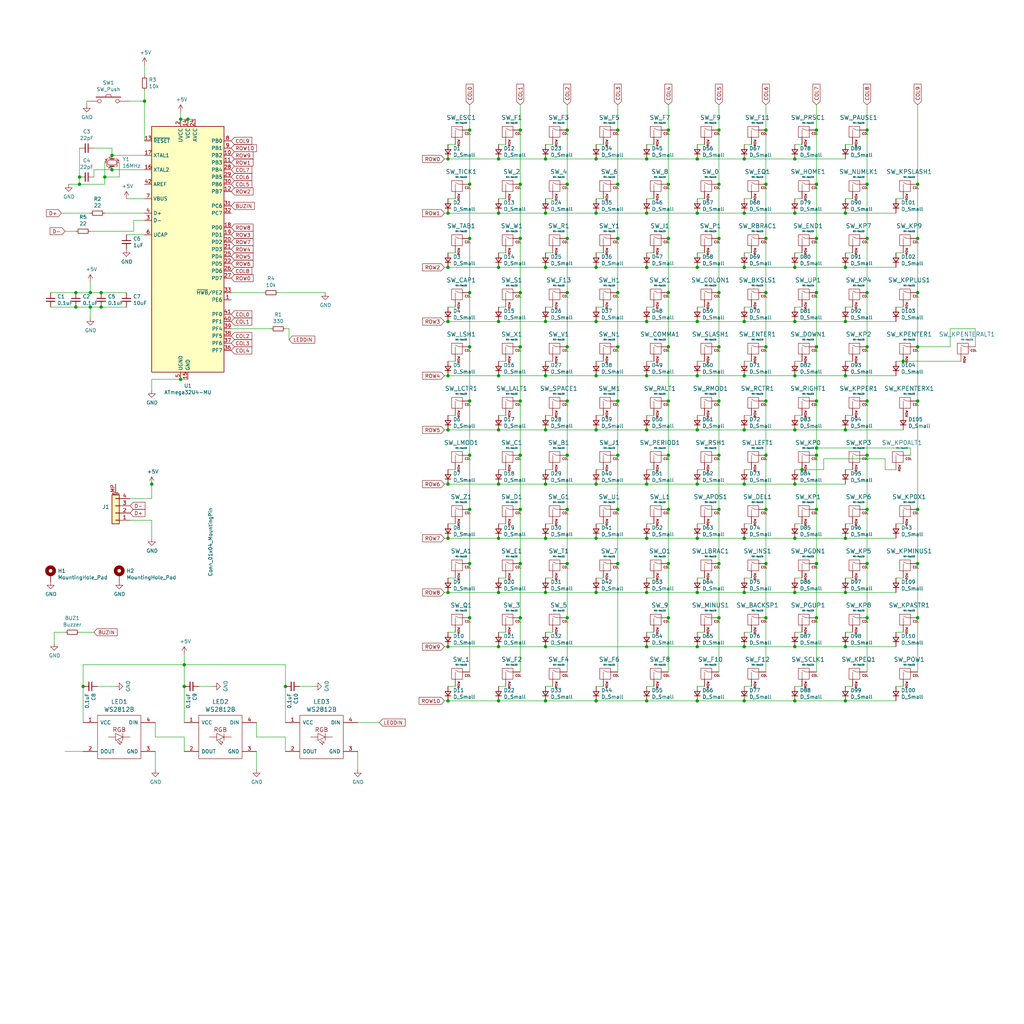
<source format=kicad_sch>
(kicad_sch (version 20210621) (generator eeschema)
  (paper "User" 359.994 359.994)
  (junction (at 26.67 102.87) (diameter 1.016))
  (junction (at 26.67 107.95) (diameter 1.016))
  (junction (at 27.94 62.23) (diameter 1.016))
  (junction (at 27.94 64.77) (diameter 1.016))
  (junction (at 29.21 241.3) (diameter 1.016))
  (junction (at 31.75 102.87) (diameter 1.016))
  (junction (at 31.75 107.95) (diameter 1.016))
  (junction (at 35.56 102.87) (diameter 1.016))
  (junction (at 35.56 107.95) (diameter 1.016))
  (junction (at 36.83 62.23) (diameter 1.016))
  (junction (at 39.37 54.61) (diameter 1.016))
  (junction (at 39.37 59.69) (diameter 1.016))
  (junction (at 50.8 35.56) (diameter 1.016))
  (junction (at 53.34 170.18) (diameter 1.016))
  (junction (at 63.5 41.91) (diameter 1.016))
  (junction (at 63.5 133.35) (diameter 1.016))
  (junction (at 64.77 233.68) (diameter 1.016))
  (junction (at 64.77 241.3) (diameter 1.016))
  (junction (at 66.04 41.91) (diameter 1.016))
  (junction (at 100.33 241.3) (diameter 1.016))
  (junction (at 157.48 55.88) (diameter 1.016))
  (junction (at 157.48 74.93) (diameter 1.016))
  (junction (at 157.48 93.98) (diameter 1.016))
  (junction (at 157.48 113.03) (diameter 1.016))
  (junction (at 157.48 132.08) (diameter 1.016))
  (junction (at 157.48 151.13) (diameter 1.016))
  (junction (at 157.48 170.18) (diameter 1.016))
  (junction (at 157.48 189.23) (diameter 1.016))
  (junction (at 157.48 208.28) (diameter 1.016))
  (junction (at 157.48 227.33) (diameter 1.016))
  (junction (at 157.48 246.38) (diameter 1.016))
  (junction (at 165.1 45.72) (diameter 1.016))
  (junction (at 165.1 64.77) (diameter 1.016))
  (junction (at 165.1 83.82) (diameter 1.016))
  (junction (at 165.1 102.87) (diameter 1.016))
  (junction (at 165.1 121.92) (diameter 1.016))
  (junction (at 165.1 140.97) (diameter 1.016))
  (junction (at 165.1 160.02) (diameter 1.016))
  (junction (at 165.1 179.07) (diameter 1.016))
  (junction (at 165.1 198.12) (diameter 1.016))
  (junction (at 165.1 217.17) (diameter 1.016))
  (junction (at 175.26 55.88) (diameter 1.016))
  (junction (at 175.26 74.93) (diameter 1.016))
  (junction (at 175.26 93.98) (diameter 1.016))
  (junction (at 175.26 113.03) (diameter 1.016))
  (junction (at 175.26 132.08) (diameter 1.016))
  (junction (at 175.26 151.13) (diameter 1.016))
  (junction (at 175.26 170.18) (diameter 1.016))
  (junction (at 175.26 189.23) (diameter 1.016))
  (junction (at 175.26 208.28) (diameter 1.016))
  (junction (at 175.26 227.33) (diameter 1.016))
  (junction (at 175.26 246.38) (diameter 1.016))
  (junction (at 182.88 45.72) (diameter 1.016))
  (junction (at 182.88 64.77) (diameter 1.016))
  (junction (at 182.88 83.82) (diameter 1.016))
  (junction (at 182.88 102.87) (diameter 1.016))
  (junction (at 182.88 121.92) (diameter 1.016))
  (junction (at 182.88 140.97) (diameter 1.016))
  (junction (at 182.88 160.02) (diameter 1.016))
  (junction (at 182.88 179.07) (diameter 1.016))
  (junction (at 182.88 198.12) (diameter 1.016))
  (junction (at 182.88 217.17) (diameter 1.016))
  (junction (at 191.77 55.88) (diameter 1.016))
  (junction (at 191.77 74.93) (diameter 1.016))
  (junction (at 191.77 93.98) (diameter 1.016))
  (junction (at 191.77 113.03) (diameter 1.016))
  (junction (at 191.77 132.08) (diameter 1.016))
  (junction (at 191.77 151.13) (diameter 1.016))
  (junction (at 191.77 170.18) (diameter 1.016))
  (junction (at 191.77 189.23) (diameter 1.016))
  (junction (at 191.77 208.28) (diameter 1.016))
  (junction (at 191.77 227.33) (diameter 1.016))
  (junction (at 191.77 246.38) (diameter 1.016))
  (junction (at 199.39 45.72) (diameter 1.016))
  (junction (at 199.39 64.77) (diameter 1.016))
  (junction (at 199.39 83.82) (diameter 1.016))
  (junction (at 199.39 102.87) (diameter 1.016))
  (junction (at 199.39 121.92) (diameter 1.016))
  (junction (at 199.39 140.97) (diameter 1.016))
  (junction (at 199.39 160.02) (diameter 1.016))
  (junction (at 199.39 179.07) (diameter 1.016))
  (junction (at 199.39 198.12) (diameter 1.016))
  (junction (at 199.39 217.17) (diameter 1.016))
  (junction (at 209.55 55.88) (diameter 1.016))
  (junction (at 209.55 74.93) (diameter 1.016))
  (junction (at 209.55 93.98) (diameter 1.016))
  (junction (at 209.55 113.03) (diameter 1.016))
  (junction (at 209.55 132.08) (diameter 1.016))
  (junction (at 209.55 151.13) (diameter 1.016))
  (junction (at 209.55 170.18) (diameter 1.016))
  (junction (at 209.55 189.23) (diameter 1.016))
  (junction (at 209.55 208.28) (diameter 1.016))
  (junction (at 209.55 246.38) (diameter 1.016))
  (junction (at 217.17 45.72) (diameter 1.016))
  (junction (at 217.17 64.77) (diameter 1.016))
  (junction (at 217.17 83.82) (diameter 1.016))
  (junction (at 217.17 102.87) (diameter 1.016))
  (junction (at 217.17 121.92) (diameter 1.016))
  (junction (at 217.17 140.97) (diameter 1.016))
  (junction (at 217.17 160.02) (diameter 1.016))
  (junction (at 217.17 179.07) (diameter 1.016))
  (junction (at 217.17 198.12) (diameter 1.016))
  (junction (at 227.33 55.88) (diameter 1.016))
  (junction (at 227.33 74.93) (diameter 1.016))
  (junction (at 227.33 93.98) (diameter 1.016))
  (junction (at 227.33 113.03) (diameter 1.016))
  (junction (at 227.33 132.08) (diameter 1.016))
  (junction (at 227.33 151.13) (diameter 1.016))
  (junction (at 227.33 170.18) (diameter 1.016))
  (junction (at 227.33 189.23) (diameter 1.016))
  (junction (at 227.33 208.28) (diameter 1.016))
  (junction (at 227.33 227.33) (diameter 1.016))
  (junction (at 227.33 246.38) (diameter 1.016))
  (junction (at 234.95 45.72) (diameter 1.016))
  (junction (at 234.95 64.77) (diameter 1.016))
  (junction (at 234.95 83.82) (diameter 1.016))
  (junction (at 234.95 102.87) (diameter 1.016))
  (junction (at 234.95 121.92) (diameter 1.016))
  (junction (at 234.95 140.97) (diameter 1.016))
  (junction (at 234.95 160.02) (diameter 1.016))
  (junction (at 234.95 179.07) (diameter 1.016))
  (junction (at 234.95 198.12) (diameter 1.016))
  (junction (at 234.95 217.17) (diameter 1.016))
  (junction (at 245.11 55.88) (diameter 1.016))
  (junction (at 245.11 74.93) (diameter 1.016))
  (junction (at 245.11 93.98) (diameter 1.016))
  (junction (at 245.11 113.03) (diameter 1.016))
  (junction (at 245.11 132.08) (diameter 1.016))
  (junction (at 245.11 151.13) (diameter 1.016))
  (junction (at 245.11 170.18) (diameter 1.016))
  (junction (at 245.11 189.23) (diameter 1.016))
  (junction (at 245.11 208.28) (diameter 1.016))
  (junction (at 245.11 227.33) (diameter 1.016))
  (junction (at 245.11 246.38) (diameter 1.016))
  (junction (at 252.73 45.72) (diameter 1.016))
  (junction (at 252.73 64.77) (diameter 1.016))
  (junction (at 252.73 83.82) (diameter 1.016))
  (junction (at 252.73 102.87) (diameter 1.016))
  (junction (at 252.73 121.92) (diameter 1.016))
  (junction (at 252.73 140.97) (diameter 1.016))
  (junction (at 252.73 160.02) (diameter 1.016))
  (junction (at 252.73 179.07) (diameter 1.016))
  (junction (at 252.73 198.12) (diameter 1.016))
  (junction (at 252.73 217.17) (diameter 1.016))
  (junction (at 261.62 55.88) (diameter 1.016))
  (junction (at 261.62 74.93) (diameter 1.016))
  (junction (at 261.62 93.98) (diameter 1.016))
  (junction (at 261.62 113.03) (diameter 1.016))
  (junction (at 261.62 132.08) (diameter 1.016))
  (junction (at 261.62 151.13) (diameter 1.016))
  (junction (at 261.62 170.18) (diameter 1.016))
  (junction (at 261.62 189.23) (diameter 1.016))
  (junction (at 261.62 208.28) (diameter 1.016))
  (junction (at 261.62 227.33) (diameter 1.016))
  (junction (at 261.62 246.38) (diameter 1.016))
  (junction (at 269.24 45.72) (diameter 1.016))
  (junction (at 269.24 64.77) (diameter 1.016))
  (junction (at 269.24 83.82) (diameter 1.016))
  (junction (at 269.24 102.87) (diameter 1.016))
  (junction (at 269.24 121.92) (diameter 1.016))
  (junction (at 269.24 140.97) (diameter 1.016))
  (junction (at 269.24 160.02) (diameter 1.016))
  (junction (at 269.24 179.07) (diameter 1.016))
  (junction (at 269.24 198.12) (diameter 1.016))
  (junction (at 269.24 217.17) (diameter 1.016))
  (junction (at 279.4 55.88) (diameter 1.016))
  (junction (at 279.4 74.93) (diameter 1.016))
  (junction (at 279.4 93.98) (diameter 1.016))
  (junction (at 279.4 113.03) (diameter 1.016))
  (junction (at 279.4 132.08) (diameter 1.016))
  (junction (at 279.4 151.13) (diameter 1.016))
  (junction (at 279.4 170.18) (diameter 1.016))
  (junction (at 279.4 189.23) (diameter 1.016))
  (junction (at 279.4 208.28) (diameter 1.016))
  (junction (at 279.4 227.33) (diameter 1.016))
  (junction (at 279.4 246.38) (diameter 1.016))
  (junction (at 281.94 165.1) (diameter 1.016))
  (junction (at 287.02 45.72) (diameter 1.016))
  (junction (at 287.02 64.77) (diameter 1.016))
  (junction (at 287.02 83.82) (diameter 1.016))
  (junction (at 287.02 102.87) (diameter 1.016))
  (junction (at 287.02 121.92) (diameter 1.016))
  (junction (at 287.02 140.97) (diameter 1.016))
  (junction (at 287.02 157.48) (diameter 1.016))
  (junction (at 287.02 160.02) (diameter 1.016))
  (junction (at 287.02 179.07) (diameter 1.016))
  (junction (at 287.02 198.12) (diameter 1.016))
  (junction (at 287.02 217.17) (diameter 1.016))
  (junction (at 297.18 74.93) (diameter 1.016))
  (junction (at 297.18 93.98) (diameter 1.016))
  (junction (at 297.18 113.03) (diameter 1.016))
  (junction (at 297.18 132.08) (diameter 1.016))
  (junction (at 297.18 151.13) (diameter 1.016))
  (junction (at 297.18 189.23) (diameter 1.016))
  (junction (at 297.18 208.28) (diameter 1.016))
  (junction (at 297.18 227.33) (diameter 1.016))
  (junction (at 297.18 246.38) (diameter 1.016))
  (junction (at 304.8 45.72) (diameter 1.016))
  (junction (at 304.8 64.77) (diameter 1.016))
  (junction (at 304.8 83.82) (diameter 1.016))
  (junction (at 304.8 102.87) (diameter 1.016))
  (junction (at 304.8 121.92) (diameter 1.016))
  (junction (at 304.8 140.97) (diameter 1.016))
  (junction (at 304.8 160.02) (diameter 1.016))
  (junction (at 304.8 179.07) (diameter 1.016))
  (junction (at 304.8 198.12) (diameter 1.016))
  (junction (at 304.8 217.17) (diameter 1.016))
  (junction (at 317.5 127) (diameter 1.016))
  (junction (at 322.58 64.77) (diameter 1.016))
  (junction (at 322.58 83.82) (diameter 1.016))
  (junction (at 322.58 102.87) (diameter 1.016))
  (junction (at 322.58 121.92) (diameter 1.016))
  (junction (at 322.58 140.97) (diameter 1.016))
  (junction (at 322.58 179.07) (diameter 1.016))
  (junction (at 322.58 198.12) (diameter 1.016))
  (junction (at 322.58 217.17) (diameter 1.016))
  (wire (pts (xy 17.78 102.87) (xy 26.67 102.87)))
  (wire (pts (xy 19.05 222.25) (xy 19.05 226.06)))
  (wire (pts (xy 19.05 222.25) (xy 22.86 222.25)))
  (wire (pts (xy 21.59 74.93) (xy 31.75 74.93)))
  (wire (pts (xy 22.86 81.28) (xy 26.67 81.28)))
  (wire (pts (xy 26.67 102.87) (xy 31.75 102.87)))
  (wire (pts (xy 26.67 107.95) (xy 17.78 107.95)))
  (wire (pts (xy 27.94 52.07) (xy 27.94 62.23)))
  (wire (pts (xy 27.94 62.23) (xy 27.94 64.77)))
  (wire (pts (xy 27.94 64.77) (xy 24.13 64.77)))
  (wire (pts (xy 27.94 222.25) (xy 33.02 222.25)))
  (wire (pts (xy 29.21 233.68) (xy 29.21 241.3)))
  (wire (pts (xy 29.21 241.3) (xy 29.21 254)))
  (wire (pts (xy 29.21 264.16) (xy 22.86 264.16)))
  (wire (pts (xy 30.48 36.83) (xy 30.48 35.56)))
  (wire (pts (xy 31.75 81.28) (xy 46.99 81.28)))
  (wire (pts (xy 31.75 102.87) (xy 31.75 99.06)))
  (wire (pts (xy 31.75 102.87) (xy 35.56 102.87)))
  (wire (pts (xy 31.75 107.95) (xy 26.67 107.95)))
  (wire (pts (xy 31.75 111.76) (xy 31.75 107.95)))
  (wire (pts (xy 33.02 52.07) (xy 39.37 52.07)))
  (wire (pts (xy 33.02 59.69) (xy 33.02 62.23)))
  (wire (pts (xy 34.29 241.3) (xy 40.64 241.3)))
  (wire (pts (xy 35.56 102.87) (xy 44.45 102.87)))
  (wire (pts (xy 35.56 107.95) (xy 31.75 107.95)))
  (wire (pts (xy 36.83 57.15) (xy 36.83 62.23)))
  (wire (pts (xy 36.83 62.23) (xy 36.83 64.77)))
  (wire (pts (xy 36.83 64.77) (xy 27.94 64.77)))
  (wire (pts (xy 36.83 74.93) (xy 50.8 74.93)))
  (wire (pts (xy 39.37 52.07) (xy 39.37 54.61)))
  (wire (pts (xy 39.37 59.69) (xy 33.02 59.69)))
  (wire (pts (xy 39.37 59.69) (xy 50.8 59.69)))
  (wire (pts (xy 41.91 57.15) (xy 41.91 62.23)))
  (wire (pts (xy 41.91 62.23) (xy 36.83 62.23)))
  (wire (pts (xy 44.45 69.85) (xy 50.8 69.85)))
  (wire (pts (xy 44.45 107.95) (xy 35.56 107.95)))
  (wire (pts (xy 45.72 35.56) (xy 50.8 35.56)))
  (wire (pts (xy 45.72 175.26) (xy 53.34 175.26)))
  (wire (pts (xy 46.99 77.47) (xy 50.8 77.47)))
  (wire (pts (xy 46.99 81.28) (xy 46.99 77.47)))
  (wire (pts (xy 50.8 26.67) (xy 50.8 22.86)))
  (wire (pts (xy 50.8 35.56) (xy 50.8 31.75)))
  (wire (pts (xy 50.8 35.56) (xy 50.8 49.53)))
  (wire (pts (xy 50.8 54.61) (xy 39.37 54.61)))
  (wire (pts (xy 50.8 82.55) (xy 44.45 82.55)))
  (wire (pts (xy 53.34 133.35) (xy 63.5 133.35)))
  (wire (pts (xy 53.34 137.16) (xy 53.34 133.35)))
  (wire (pts (xy 53.34 168.91) (xy 53.34 170.18)))
  (wire (pts (xy 53.34 170.18) (xy 53.34 175.26)))
  (wire (pts (xy 53.34 182.88) (xy 45.72 182.88)))
  (wire (pts (xy 53.34 182.88) (xy 53.34 189.23)))
  (wire (pts (xy 54.61 259.08) (xy 54.61 254)))
  (wire (pts (xy 54.61 264.16) (xy 54.61 270.51)))
  (wire (pts (xy 63.5 41.91) (xy 63.5 39.37)))
  (wire (pts (xy 63.5 41.91) (xy 66.04 41.91)))
  (wire (pts (xy 63.5 133.35) (xy 66.04 133.35)))
  (wire (pts (xy 64.77 233.68) (xy 29.21 233.68)))
  (wire (pts (xy 64.77 233.68) (xy 64.77 229.87)))
  (wire (pts (xy 64.77 233.68) (xy 64.77 241.3)))
  (wire (pts (xy 64.77 233.68) (xy 100.33 233.68)))
  (wire (pts (xy 64.77 241.3) (xy 64.77 254)))
  (wire (pts (xy 64.77 259.08) (xy 54.61 259.08)))
  (wire (pts (xy 64.77 264.16) (xy 64.77 259.08)))
  (wire (pts (xy 66.04 41.91) (xy 68.58 41.91)))
  (wire (pts (xy 69.85 241.3) (xy 74.93 241.3)))
  (wire (pts (xy 81.28 102.87) (xy 92.71 102.87)))
  (wire (pts (xy 81.28 115.57) (xy 95.25 115.57)))
  (wire (pts (xy 90.17 259.08) (xy 90.17 254)))
  (wire (pts (xy 90.17 264.16) (xy 90.17 270.51)))
  (wire (pts (xy 97.79 102.87) (xy 114.3 102.87)))
  (wire (pts (xy 100.33 115.57) (xy 101.6 115.57)))
  (wire (pts (xy 100.33 233.68) (xy 100.33 241.3)))
  (wire (pts (xy 100.33 241.3) (xy 100.33 254)))
  (wire (pts (xy 100.33 259.08) (xy 90.17 259.08)))
  (wire (pts (xy 100.33 264.16) (xy 100.33 259.08)))
  (wire (pts (xy 101.6 115.57) (xy 101.6 119.38)))
  (wire (pts (xy 105.41 241.3) (xy 110.49 241.3)))
  (wire (pts (xy 125.73 264.16) (xy 125.73 270.51)))
  (wire (pts (xy 133.35 254) (xy 125.73 254)))
  (wire (pts (xy 156.21 55.88) (xy 157.48 55.88)))
  (wire (pts (xy 156.21 74.93) (xy 157.48 74.93)))
  (wire (pts (xy 156.21 93.98) (xy 157.48 93.98)))
  (wire (pts (xy 156.21 113.03) (xy 157.48 113.03)))
  (wire (pts (xy 156.21 132.08) (xy 157.48 132.08)))
  (wire (pts (xy 156.21 151.13) (xy 157.48 151.13)))
  (wire (pts (xy 156.21 170.18) (xy 157.48 170.18)))
  (wire (pts (xy 156.21 189.23) (xy 157.48 189.23)))
  (wire (pts (xy 156.21 208.28) (xy 157.48 208.28)))
  (wire (pts (xy 156.21 227.33) (xy 157.48 227.33)))
  (wire (pts (xy 156.21 246.38) (xy 157.48 246.38)))
  (wire (pts (xy 157.48 50.8) (xy 160.02 50.8)))
  (wire (pts (xy 157.48 55.88) (xy 175.26 55.88)))
  (wire (pts (xy 157.48 69.85) (xy 160.02 69.85)))
  (wire (pts (xy 157.48 74.93) (xy 175.26 74.93)))
  (wire (pts (xy 157.48 88.9) (xy 160.02 88.9)))
  (wire (pts (xy 157.48 93.98) (xy 175.26 93.98)))
  (wire (pts (xy 157.48 107.95) (xy 160.02 107.95)))
  (wire (pts (xy 157.48 113.03) (xy 175.26 113.03)))
  (wire (pts (xy 157.48 127) (xy 160.02 127)))
  (wire (pts (xy 157.48 132.08) (xy 175.26 132.08)))
  (wire (pts (xy 157.48 146.05) (xy 160.02 146.05)))
  (wire (pts (xy 157.48 151.13) (xy 175.26 151.13)))
  (wire (pts (xy 157.48 165.1) (xy 160.02 165.1)))
  (wire (pts (xy 157.48 170.18) (xy 175.26 170.18)))
  (wire (pts (xy 157.48 184.15) (xy 160.02 184.15)))
  (wire (pts (xy 157.48 189.23) (xy 175.26 189.23)))
  (wire (pts (xy 157.48 203.2) (xy 160.02 203.2)))
  (wire (pts (xy 157.48 208.28) (xy 175.26 208.28)))
  (wire (pts (xy 157.48 222.25) (xy 160.02 222.25)))
  (wire (pts (xy 157.48 227.33) (xy 175.26 227.33)))
  (wire (pts (xy 157.48 241.3) (xy 160.02 241.3)))
  (wire (pts (xy 157.48 246.38) (xy 175.26 246.38)))
  (wire (pts (xy 165.1 45.72) (xy 165.1 36.83)))
  (wire (pts (xy 165.1 45.72) (xy 165.1 64.77)))
  (wire (pts (xy 165.1 64.77) (xy 165.1 83.82)))
  (wire (pts (xy 165.1 83.82) (xy 165.1 102.87)))
  (wire (pts (xy 165.1 102.87) (xy 165.1 121.92)))
  (wire (pts (xy 165.1 121.92) (xy 165.1 140.97)))
  (wire (pts (xy 165.1 140.97) (xy 165.1 160.02)))
  (wire (pts (xy 165.1 160.02) (xy 165.1 179.07)))
  (wire (pts (xy 165.1 179.07) (xy 165.1 198.12)))
  (wire (pts (xy 165.1 198.12) (xy 165.1 217.17)))
  (wire (pts (xy 165.1 217.17) (xy 165.1 236.22)))
  (wire (pts (xy 175.26 50.8) (xy 177.8 50.8)))
  (wire (pts (xy 175.26 55.88) (xy 191.77 55.88)))
  (wire (pts (xy 175.26 69.85) (xy 177.8 69.85)))
  (wire (pts (xy 175.26 74.93) (xy 191.77 74.93)))
  (wire (pts (xy 175.26 88.9) (xy 177.8 88.9)))
  (wire (pts (xy 175.26 93.98) (xy 191.77 93.98)))
  (wire (pts (xy 175.26 107.95) (xy 177.8 107.95)))
  (wire (pts (xy 175.26 113.03) (xy 191.77 113.03)))
  (wire (pts (xy 175.26 127) (xy 177.8 127)))
  (wire (pts (xy 175.26 132.08) (xy 191.77 132.08)))
  (wire (pts (xy 175.26 146.05) (xy 177.8 146.05)))
  (wire (pts (xy 175.26 151.13) (xy 191.77 151.13)))
  (wire (pts (xy 175.26 165.1) (xy 177.8 165.1)))
  (wire (pts (xy 175.26 170.18) (xy 191.77 170.18)))
  (wire (pts (xy 175.26 184.15) (xy 177.8 184.15)))
  (wire (pts (xy 175.26 189.23) (xy 191.77 189.23)))
  (wire (pts (xy 175.26 203.2) (xy 177.8 203.2)))
  (wire (pts (xy 175.26 208.28) (xy 191.77 208.28)))
  (wire (pts (xy 175.26 222.25) (xy 177.8 222.25)))
  (wire (pts (xy 175.26 227.33) (xy 191.77 227.33)))
  (wire (pts (xy 175.26 241.3) (xy 177.8 241.3)))
  (wire (pts (xy 175.26 246.38) (xy 191.77 246.38)))
  (wire (pts (xy 182.88 45.72) (xy 182.88 36.83)))
  (wire (pts (xy 182.88 45.72) (xy 182.88 64.77)))
  (wire (pts (xy 182.88 64.77) (xy 182.88 83.82)))
  (wire (pts (xy 182.88 83.82) (xy 182.88 102.87)))
  (wire (pts (xy 182.88 102.87) (xy 182.88 121.92)))
  (wire (pts (xy 182.88 121.92) (xy 182.88 140.97)))
  (wire (pts (xy 182.88 140.97) (xy 182.88 160.02)))
  (wire (pts (xy 182.88 160.02) (xy 182.88 179.07)))
  (wire (pts (xy 182.88 179.07) (xy 182.88 198.12)))
  (wire (pts (xy 182.88 198.12) (xy 182.88 217.17)))
  (wire (pts (xy 182.88 217.17) (xy 182.88 236.22)))
  (wire (pts (xy 191.77 50.8) (xy 194.31 50.8)))
  (wire (pts (xy 191.77 55.88) (xy 209.55 55.88)))
  (wire (pts (xy 191.77 69.85) (xy 194.31 69.85)))
  (wire (pts (xy 191.77 74.93) (xy 209.55 74.93)))
  (wire (pts (xy 191.77 88.9) (xy 194.31 88.9)))
  (wire (pts (xy 191.77 93.98) (xy 209.55 93.98)))
  (wire (pts (xy 191.77 107.95) (xy 194.31 107.95)))
  (wire (pts (xy 191.77 113.03) (xy 209.55 113.03)))
  (wire (pts (xy 191.77 127) (xy 194.31 127)))
  (wire (pts (xy 191.77 132.08) (xy 209.55 132.08)))
  (wire (pts (xy 191.77 146.05) (xy 194.31 146.05)))
  (wire (pts (xy 191.77 151.13) (xy 209.55 151.13)))
  (wire (pts (xy 191.77 165.1) (xy 194.31 165.1)))
  (wire (pts (xy 191.77 170.18) (xy 209.55 170.18)))
  (wire (pts (xy 191.77 184.15) (xy 194.31 184.15)))
  (wire (pts (xy 191.77 189.23) (xy 209.55 189.23)))
  (wire (pts (xy 191.77 203.2) (xy 194.31 203.2)))
  (wire (pts (xy 191.77 208.28) (xy 209.55 208.28)))
  (wire (pts (xy 191.77 222.25) (xy 194.31 222.25)))
  (wire (pts (xy 191.77 227.33) (xy 227.33 227.33)))
  (wire (pts (xy 191.77 241.3) (xy 194.31 241.3)))
  (wire (pts (xy 191.77 246.38) (xy 209.55 246.38)))
  (wire (pts (xy 199.39 45.72) (xy 199.39 36.83)))
  (wire (pts (xy 199.39 64.77) (xy 199.39 45.72)))
  (wire (pts (xy 199.39 83.82) (xy 199.39 64.77)))
  (wire (pts (xy 199.39 102.87) (xy 199.39 83.82)))
  (wire (pts (xy 199.39 121.92) (xy 199.39 102.87)))
  (wire (pts (xy 199.39 140.97) (xy 199.39 121.92)))
  (wire (pts (xy 199.39 160.02) (xy 199.39 140.97)))
  (wire (pts (xy 199.39 179.07) (xy 199.39 160.02)))
  (wire (pts (xy 199.39 198.12) (xy 199.39 179.07)))
  (wire (pts (xy 199.39 217.17) (xy 199.39 198.12)))
  (wire (pts (xy 199.39 236.22) (xy 199.39 217.17)))
  (wire (pts (xy 209.55 50.8) (xy 212.09 50.8)))
  (wire (pts (xy 209.55 55.88) (xy 227.33 55.88)))
  (wire (pts (xy 209.55 69.85) (xy 212.09 69.85)))
  (wire (pts (xy 209.55 74.93) (xy 227.33 74.93)))
  (wire (pts (xy 209.55 88.9) (xy 212.09 88.9)))
  (wire (pts (xy 209.55 93.98) (xy 227.33 93.98)))
  (wire (pts (xy 209.55 107.95) (xy 212.09 107.95)))
  (wire (pts (xy 209.55 113.03) (xy 227.33 113.03)))
  (wire (pts (xy 209.55 127) (xy 212.09 127)))
  (wire (pts (xy 209.55 132.08) (xy 227.33 132.08)))
  (wire (pts (xy 209.55 146.05) (xy 212.09 146.05)))
  (wire (pts (xy 209.55 151.13) (xy 227.33 151.13)))
  (wire (pts (xy 209.55 165.1) (xy 212.09 165.1)))
  (wire (pts (xy 209.55 170.18) (xy 227.33 170.18)))
  (wire (pts (xy 209.55 184.15) (xy 212.09 184.15)))
  (wire (pts (xy 209.55 189.23) (xy 227.33 189.23)))
  (wire (pts (xy 209.55 203.2) (xy 212.09 203.2)))
  (wire (pts (xy 209.55 208.28) (xy 227.33 208.28)))
  (wire (pts (xy 209.55 241.3) (xy 212.09 241.3)))
  (wire (pts (xy 209.55 246.38) (xy 227.33 246.38)))
  (wire (pts (xy 217.17 45.72) (xy 217.17 36.83)))
  (wire (pts (xy 217.17 45.72) (xy 217.17 64.77)))
  (wire (pts (xy 217.17 64.77) (xy 217.17 83.82)))
  (wire (pts (xy 217.17 83.82) (xy 217.17 102.87)))
  (wire (pts (xy 217.17 102.87) (xy 217.17 121.92)))
  (wire (pts (xy 217.17 121.92) (xy 217.17 140.97)))
  (wire (pts (xy 217.17 140.97) (xy 217.17 160.02)))
  (wire (pts (xy 217.17 160.02) (xy 217.17 179.07)))
  (wire (pts (xy 217.17 179.07) (xy 217.17 198.12)))
  (wire (pts (xy 217.17 198.12) (xy 217.17 236.22)))
  (wire (pts (xy 227.33 50.8) (xy 229.87 50.8)))
  (wire (pts (xy 227.33 55.88) (xy 245.11 55.88)))
  (wire (pts (xy 227.33 69.85) (xy 229.87 69.85)))
  (wire (pts (xy 227.33 74.93) (xy 245.11 74.93)))
  (wire (pts (xy 227.33 88.9) (xy 229.87 88.9)))
  (wire (pts (xy 227.33 93.98) (xy 245.11 93.98)))
  (wire (pts (xy 227.33 107.95) (xy 229.87 107.95)))
  (wire (pts (xy 227.33 113.03) (xy 245.11 113.03)))
  (wire (pts (xy 227.33 127) (xy 229.87 127)))
  (wire (pts (xy 227.33 132.08) (xy 245.11 132.08)))
  (wire (pts (xy 227.33 146.05) (xy 229.87 146.05)))
  (wire (pts (xy 227.33 151.13) (xy 245.11 151.13)))
  (wire (pts (xy 227.33 165.1) (xy 229.87 165.1)))
  (wire (pts (xy 227.33 170.18) (xy 245.11 170.18)))
  (wire (pts (xy 227.33 184.15) (xy 229.87 184.15)))
  (wire (pts (xy 227.33 189.23) (xy 245.11 189.23)))
  (wire (pts (xy 227.33 203.2) (xy 229.87 203.2)))
  (wire (pts (xy 227.33 208.28) (xy 245.11 208.28)))
  (wire (pts (xy 227.33 222.25) (xy 229.87 222.25)))
  (wire (pts (xy 227.33 227.33) (xy 245.11 227.33)))
  (wire (pts (xy 227.33 241.3) (xy 229.87 241.3)))
  (wire (pts (xy 227.33 246.38) (xy 245.11 246.38)))
  (wire (pts (xy 234.95 45.72) (xy 234.95 36.83)))
  (wire (pts (xy 234.95 64.77) (xy 234.95 45.72)))
  (wire (pts (xy 234.95 83.82) (xy 234.95 64.77)))
  (wire (pts (xy 234.95 102.87) (xy 234.95 83.82)))
  (wire (pts (xy 234.95 121.92) (xy 234.95 102.87)))
  (wire (pts (xy 234.95 140.97) (xy 234.95 121.92)))
  (wire (pts (xy 234.95 160.02) (xy 234.95 140.97)))
  (wire (pts (xy 234.95 179.07) (xy 234.95 160.02)))
  (wire (pts (xy 234.95 198.12) (xy 234.95 179.07)))
  (wire (pts (xy 234.95 217.17) (xy 234.95 198.12)))
  (wire (pts (xy 234.95 236.22) (xy 234.95 217.17)))
  (wire (pts (xy 245.11 50.8) (xy 247.65 50.8)))
  (wire (pts (xy 245.11 55.88) (xy 261.62 55.88)))
  (wire (pts (xy 245.11 69.85) (xy 247.65 69.85)))
  (wire (pts (xy 245.11 74.93) (xy 261.62 74.93)))
  (wire (pts (xy 245.11 88.9) (xy 247.65 88.9)))
  (wire (pts (xy 245.11 93.98) (xy 261.62 93.98)))
  (wire (pts (xy 245.11 107.95) (xy 247.65 107.95)))
  (wire (pts (xy 245.11 113.03) (xy 261.62 113.03)))
  (wire (pts (xy 245.11 127) (xy 247.65 127)))
  (wire (pts (xy 245.11 132.08) (xy 261.62 132.08)))
  (wire (pts (xy 245.11 146.05) (xy 247.65 146.05)))
  (wire (pts (xy 245.11 151.13) (xy 261.62 151.13)))
  (wire (pts (xy 245.11 165.1) (xy 247.65 165.1)))
  (wire (pts (xy 245.11 170.18) (xy 261.62 170.18)))
  (wire (pts (xy 245.11 184.15) (xy 247.65 184.15)))
  (wire (pts (xy 245.11 189.23) (xy 261.62 189.23)))
  (wire (pts (xy 245.11 203.2) (xy 247.65 203.2)))
  (wire (pts (xy 245.11 208.28) (xy 261.62 208.28)))
  (wire (pts (xy 245.11 222.25) (xy 247.65 222.25)))
  (wire (pts (xy 245.11 227.33) (xy 261.62 227.33)))
  (wire (pts (xy 245.11 241.3) (xy 247.65 241.3)))
  (wire (pts (xy 245.11 246.38) (xy 261.62 246.38)))
  (wire (pts (xy 252.73 45.72) (xy 252.73 36.83)))
  (wire (pts (xy 252.73 45.72) (xy 252.73 64.77)))
  (wire (pts (xy 252.73 64.77) (xy 252.73 83.82)))
  (wire (pts (xy 252.73 83.82) (xy 252.73 102.87)))
  (wire (pts (xy 252.73 102.87) (xy 252.73 121.92)))
  (wire (pts (xy 252.73 121.92) (xy 252.73 140.97)))
  (wire (pts (xy 252.73 140.97) (xy 252.73 160.02)))
  (wire (pts (xy 252.73 160.02) (xy 252.73 179.07)))
  (wire (pts (xy 252.73 179.07) (xy 252.73 198.12)))
  (wire (pts (xy 252.73 198.12) (xy 252.73 217.17)))
  (wire (pts (xy 252.73 217.17) (xy 252.73 236.22)))
  (wire (pts (xy 261.62 50.8) (xy 264.16 50.8)))
  (wire (pts (xy 261.62 55.88) (xy 279.4 55.88)))
  (wire (pts (xy 261.62 69.85) (xy 264.16 69.85)))
  (wire (pts (xy 261.62 74.93) (xy 279.4 74.93)))
  (wire (pts (xy 261.62 88.9) (xy 264.16 88.9)))
  (wire (pts (xy 261.62 93.98) (xy 279.4 93.98)))
  (wire (pts (xy 261.62 107.95) (xy 264.16 107.95)))
  (wire (pts (xy 261.62 113.03) (xy 279.4 113.03)))
  (wire (pts (xy 261.62 127) (xy 264.16 127)))
  (wire (pts (xy 261.62 132.08) (xy 279.4 132.08)))
  (wire (pts (xy 261.62 146.05) (xy 264.16 146.05)))
  (wire (pts (xy 261.62 151.13) (xy 279.4 151.13)))
  (wire (pts (xy 261.62 165.1) (xy 264.16 165.1)))
  (wire (pts (xy 261.62 170.18) (xy 279.4 170.18)))
  (wire (pts (xy 261.62 184.15) (xy 264.16 184.15)))
  (wire (pts (xy 261.62 189.23) (xy 279.4 189.23)))
  (wire (pts (xy 261.62 203.2) (xy 264.16 203.2)))
  (wire (pts (xy 261.62 208.28) (xy 279.4 208.28)))
  (wire (pts (xy 261.62 222.25) (xy 264.16 222.25)))
  (wire (pts (xy 261.62 227.33) (xy 279.4 227.33)))
  (wire (pts (xy 261.62 241.3) (xy 264.16 241.3)))
  (wire (pts (xy 261.62 246.38) (xy 279.4 246.38)))
  (wire (pts (xy 269.24 45.72) (xy 269.24 36.83)))
  (wire (pts (xy 269.24 64.77) (xy 269.24 45.72)))
  (wire (pts (xy 269.24 83.82) (xy 269.24 64.77)))
  (wire (pts (xy 269.24 102.87) (xy 269.24 83.82)))
  (wire (pts (xy 269.24 121.92) (xy 269.24 102.87)))
  (wire (pts (xy 269.24 140.97) (xy 269.24 121.92)))
  (wire (pts (xy 269.24 160.02) (xy 269.24 140.97)))
  (wire (pts (xy 269.24 179.07) (xy 269.24 160.02)))
  (wire (pts (xy 269.24 198.12) (xy 269.24 179.07)))
  (wire (pts (xy 269.24 217.17) (xy 269.24 198.12)))
  (wire (pts (xy 269.24 236.22) (xy 269.24 217.17)))
  (wire (pts (xy 279.4 50.8) (xy 281.94 50.8)))
  (wire (pts (xy 279.4 55.88) (xy 297.18 55.88)))
  (wire (pts (xy 279.4 69.85) (xy 281.94 69.85)))
  (wire (pts (xy 279.4 74.93) (xy 297.18 74.93)))
  (wire (pts (xy 279.4 88.9) (xy 281.94 88.9)))
  (wire (pts (xy 279.4 93.98) (xy 297.18 93.98)))
  (wire (pts (xy 279.4 107.95) (xy 281.94 107.95)))
  (wire (pts (xy 279.4 113.03) (xy 297.18 113.03)))
  (wire (pts (xy 279.4 127) (xy 281.94 127)))
  (wire (pts (xy 279.4 132.08) (xy 297.18 132.08)))
  (wire (pts (xy 279.4 146.05) (xy 281.94 146.05)))
  (wire (pts (xy 279.4 151.13) (xy 297.18 151.13)))
  (wire (pts (xy 279.4 165.1) (xy 281.94 165.1)))
  (wire (pts (xy 279.4 170.18) (xy 297.18 170.18)))
  (wire (pts (xy 279.4 184.15) (xy 281.94 184.15)))
  (wire (pts (xy 279.4 189.23) (xy 297.18 189.23)))
  (wire (pts (xy 279.4 203.2) (xy 281.94 203.2)))
  (wire (pts (xy 279.4 208.28) (xy 297.18 208.28)))
  (wire (pts (xy 279.4 222.25) (xy 281.94 222.25)))
  (wire (pts (xy 279.4 227.33) (xy 297.18 227.33)))
  (wire (pts (xy 279.4 241.3) (xy 281.94 241.3)))
  (wire (pts (xy 279.4 246.38) (xy 297.18 246.38)))
  (wire (pts (xy 287.02 45.72) (xy 287.02 36.83)))
  (wire (pts (xy 287.02 45.72) (xy 287.02 64.77)))
  (wire (pts (xy 287.02 64.77) (xy 287.02 83.82)))
  (wire (pts (xy 287.02 83.82) (xy 287.02 102.87)))
  (wire (pts (xy 287.02 102.87) (xy 287.02 121.92)))
  (wire (pts (xy 287.02 121.92) (xy 287.02 140.97)))
  (wire (pts (xy 287.02 140.97) (xy 287.02 157.48)))
  (wire (pts (xy 287.02 157.48) (xy 287.02 160.02)))
  (wire (pts (xy 287.02 157.48) (xy 320.04 157.48)))
  (wire (pts (xy 287.02 160.02) (xy 287.02 179.07)))
  (wire (pts (xy 287.02 179.07) (xy 287.02 198.12)))
  (wire (pts (xy 287.02 198.12) (xy 287.02 217.17)))
  (wire (pts (xy 287.02 217.17) (xy 287.02 236.22)))
  (wire (pts (xy 289.56 161.29) (xy 289.56 165.1)))
  (wire (pts (xy 289.56 165.1) (xy 281.94 165.1)))
  (wire (pts (xy 297.18 50.8) (xy 299.72 50.8)))
  (wire (pts (xy 297.18 69.85) (xy 299.72 69.85)))
  (wire (pts (xy 297.18 74.93) (xy 314.96 74.93)))
  (wire (pts (xy 297.18 88.9) (xy 299.72 88.9)))
  (wire (pts (xy 297.18 93.98) (xy 314.96 93.98)))
  (wire (pts (xy 297.18 107.95) (xy 299.72 107.95)))
  (wire (pts (xy 297.18 113.03) (xy 314.96 113.03)))
  (wire (pts (xy 297.18 127) (xy 299.72 127)))
  (wire (pts (xy 297.18 132.08) (xy 314.96 132.08)))
  (wire (pts (xy 297.18 146.05) (xy 299.72 146.05)))
  (wire (pts (xy 297.18 151.13) (xy 317.5 151.13)))
  (wire (pts (xy 297.18 165.1) (xy 299.72 165.1)))
  (wire (pts (xy 297.18 184.15) (xy 299.72 184.15)))
  (wire (pts (xy 297.18 189.23) (xy 314.96 189.23)))
  (wire (pts (xy 297.18 203.2) (xy 299.72 203.2)))
  (wire (pts (xy 297.18 208.28) (xy 314.96 208.28)))
  (wire (pts (xy 297.18 222.25) (xy 299.72 222.25)))
  (wire (pts (xy 297.18 227.33) (xy 314.96 227.33)))
  (wire (pts (xy 297.18 241.3) (xy 299.72 241.3)))
  (wire (pts (xy 304.8 45.72) (xy 304.8 36.83)))
  (wire (pts (xy 304.8 64.77) (xy 304.8 45.72)))
  (wire (pts (xy 304.8 83.82) (xy 304.8 64.77)))
  (wire (pts (xy 304.8 102.87) (xy 304.8 83.82)))
  (wire (pts (xy 304.8 121.92) (xy 304.8 102.87)))
  (wire (pts (xy 304.8 140.97) (xy 304.8 121.92)))
  (wire (pts (xy 304.8 160.02) (xy 304.8 140.97)))
  (wire (pts (xy 304.8 179.07) (xy 304.8 160.02)))
  (wire (pts (xy 304.8 198.12) (xy 304.8 179.07)))
  (wire (pts (xy 304.8 217.17) (xy 304.8 198.12)))
  (wire (pts (xy 304.8 236.22) (xy 304.8 217.17)))
  (wire (pts (xy 311.15 161.29) (xy 289.56 161.29)))
  (wire (pts (xy 311.15 165.1) (xy 311.15 161.29)))
  (wire (pts (xy 314.96 69.85) (xy 317.5 69.85)))
  (wire (pts (xy 314.96 88.9) (xy 317.5 88.9)))
  (wire (pts (xy 314.96 107.95) (xy 317.5 107.95)))
  (wire (pts (xy 314.96 127) (xy 317.5 127)))
  (wire (pts (xy 314.96 165.1) (xy 311.15 165.1)))
  (wire (pts (xy 314.96 184.15) (xy 317.5 184.15)))
  (wire (pts (xy 314.96 203.2) (xy 317.5 203.2)))
  (wire (pts (xy 314.96 222.25) (xy 317.5 222.25)))
  (wire (pts (xy 314.96 241.3) (xy 317.5 241.3)))
  (wire (pts (xy 314.96 246.38) (xy 297.18 246.38)))
  (wire (pts (xy 317.5 127) (xy 337.82 127)))
  (wire (pts (xy 320.04 157.48) (xy 320.04 160.02)))
  (wire (pts (xy 322.58 36.83) (xy 322.58 64.77)))
  (wire (pts (xy 322.58 64.77) (xy 322.58 83.82)))
  (wire (pts (xy 322.58 83.82) (xy 322.58 102.87)))
  (wire (pts (xy 322.58 102.87) (xy 322.58 121.92)))
  (wire (pts (xy 322.58 121.92) (xy 322.58 140.97)))
  (wire (pts (xy 322.58 121.92) (xy 334.01 121.92)))
  (wire (pts (xy 322.58 140.97) (xy 322.58 179.07)))
  (wire (pts (xy 322.58 179.07) (xy 322.58 198.12)))
  (wire (pts (xy 322.58 198.12) (xy 322.58 217.17)))
  (wire (pts (xy 322.58 217.17) (xy 322.58 236.22)))
  (wire (pts (xy 334.01 115.57) (xy 342.9 115.57)))
  (wire (pts (xy 334.01 121.92) (xy 334.01 115.57)))
  (wire (pts (xy 342.9 115.57) (xy 342.9 121.92)))
  (global_label "D+" (shape input) (at 21.59 74.93 180) (property "Intersheet References" "${INTERSHEET_REFS}" (effects hide)))
  (global_label "D-" (shape input) (at 22.86 81.28 180) (property "Intersheet References" "${INTERSHEET_REFS}" (effects hide)))
  (global_label "BUZIN" (shape input) (at 33.02 222.25 0) (property "Intersheet References" "${INTERSHEET_REFS}" (effects hide)))
  (global_label "D-" (shape input) (at 45.72 177.8 0) (property "Intersheet References" "${INTERSHEET_REFS}" (effects hide)))
  (global_label "D+" (shape input) (at 45.72 180.34 0) (property "Intersheet References" "${INTERSHEET_REFS}" (effects hide)))
  (global_label "COL9" (shape input) (at 81.28 49.53 0) (property "Intersheet References" "${INTERSHEET_REFS}" (effects hide)))
  (global_label "ROW10" (shape input) (at 81.28 52.07 0) (property "Intersheet References" "${INTERSHEET_REFS}" (effects hide)))
  (global_label "ROW9" (shape input) (at 81.28 54.61 0) (property "Intersheet References" "${INTERSHEET_REFS}" (effects hide)))
  (global_label "ROW1" (shape input) (at 81.28 57.15 0) (property "Intersheet References" "${INTERSHEET_REFS}" (effects hide)))
  (global_label "COL7" (shape input) (at 81.28 59.69 0) (property "Intersheet References" "${INTERSHEET_REFS}" (effects hide)))
  (global_label "COL6" (shape input) (at 81.28 62.23 0) (property "Intersheet References" "${INTERSHEET_REFS}" (effects hide)))
  (global_label "COL5" (shape input) (at 81.28 64.77 0) (property "Intersheet References" "${INTERSHEET_REFS}" (effects hide)))
  (global_label "ROW2" (shape input) (at 81.28 67.31 0) (property "Intersheet References" "${INTERSHEET_REFS}" (effects hide)))
  (global_label "BUZIN" (shape input) (at 81.28 72.39 0) (property "Intersheet References" "${INTERSHEET_REFS}" (effects hide)))
  (global_label "ROW8" (shape input) (at 81.28 80.01 0) (property "Intersheet References" "${INTERSHEET_REFS}" (effects hide)))
  (global_label "ROW3" (shape input) (at 81.28 82.55 0) (property "Intersheet References" "${INTERSHEET_REFS}" (effects hide)))
  (global_label "ROW7" (shape input) (at 81.28 85.09 0) (property "Intersheet References" "${INTERSHEET_REFS}" (effects hide)))
  (global_label "ROW4" (shape input) (at 81.28 87.63 0) (property "Intersheet References" "${INTERSHEET_REFS}" (effects hide)))
  (global_label "ROW5" (shape input) (at 81.28 90.17 0) (property "Intersheet References" "${INTERSHEET_REFS}" (effects hide)))
  (global_label "ROW6" (shape input) (at 81.28 92.71 0) (property "Intersheet References" "${INTERSHEET_REFS}" (effects hide)))
  (global_label "COL8" (shape input) (at 81.28 95.25 0) (property "Intersheet References" "${INTERSHEET_REFS}" (effects hide)))
  (global_label "ROW0" (shape input) (at 81.28 97.79 0) (property "Intersheet References" "${INTERSHEET_REFS}" (effects hide)))
  (global_label "COL0" (shape input) (at 81.28 110.49 0) (property "Intersheet References" "${INTERSHEET_REFS}" (effects hide)))
  (global_label "COL1" (shape input) (at 81.28 113.03 0) (property "Intersheet References" "${INTERSHEET_REFS}" (effects hide)))
  (global_label "COL2" (shape input) (at 81.28 118.11 0) (property "Intersheet References" "${INTERSHEET_REFS}" (effects hide)))
  (global_label "COL3" (shape input) (at 81.28 120.65 0) (property "Intersheet References" "${INTERSHEET_REFS}" (effects hide)))
  (global_label "COL4" (shape input) (at 81.28 123.19 0) (property "Intersheet References" "${INTERSHEET_REFS}" (effects hide)))
  (global_label "LEDDIN" (shape input) (at 101.6 119.38 0) (property "Intersheet References" "${INTERSHEET_REFS}" (effects hide)))
  (global_label "LEDDIN" (shape input) (at 133.35 254 0) (property "Intersheet References" "${INTERSHEET_REFS}" (effects hide)))
  (global_label "ROW0" (shape input) (at 156.21 55.88 180) (property "Intersheet References" "${INTERSHEET_REFS}" (effects hide)))
  (global_label "ROW1" (shape input) (at 156.21 74.93 180) (property "Intersheet References" "${INTERSHEET_REFS}" (effects hide)))
  (global_label "ROW2" (shape input) (at 156.21 93.98 180) (property "Intersheet References" "${INTERSHEET_REFS}" (effects hide)))
  (global_label "ROW3" (shape input) (at 156.21 113.03 180) (property "Intersheet References" "${INTERSHEET_REFS}" (effects hide)))
  (global_label "ROW4" (shape input) (at 156.21 132.08 180) (property "Intersheet References" "${INTERSHEET_REFS}" (effects hide)))
  (global_label "ROW5" (shape input) (at 156.21 151.13 180) (property "Intersheet References" "${INTERSHEET_REFS}" (effects hide)))
  (global_label "ROW6" (shape input) (at 156.21 170.18 180) (property "Intersheet References" "${INTERSHEET_REFS}" (effects hide)))
  (global_label "ROW7" (shape input) (at 156.21 189.23 180) (property "Intersheet References" "${INTERSHEET_REFS}" (effects hide)))
  (global_label "ROW8" (shape input) (at 156.21 208.28 180) (property "Intersheet References" "${INTERSHEET_REFS}" (effects hide)))
  (global_label "ROW9" (shape input) (at 156.21 227.33 180) (property "Intersheet References" "${INTERSHEET_REFS}" (effects hide)))
  (global_label "ROW10" (shape input) (at 156.21 246.38 180) (property "Intersheet References" "${INTERSHEET_REFS}" (effects hide)))
  (global_label "COL0" (shape input) (at 165.1 36.83 90) (property "Intersheet References" "${INTERSHEET_REFS}" (effects hide)))
  (global_label "COL1" (shape input) (at 182.88 36.83 90) (property "Intersheet References" "${INTERSHEET_REFS}" (effects hide)))
  (global_label "COL2" (shape input) (at 199.39 36.83 90) (property "Intersheet References" "${INTERSHEET_REFS}" (effects hide)))
  (global_label "COL3" (shape input) (at 217.17 36.83 90) (property "Intersheet References" "${INTERSHEET_REFS}" (effects hide)))
  (global_label "COL4" (shape input) (at 234.95 36.83 90) (property "Intersheet References" "${INTERSHEET_REFS}" (effects hide)))
  (global_label "COL5" (shape input) (at 252.73 36.83 90) (property "Intersheet References" "${INTERSHEET_REFS}" (effects hide)))
  (global_label "COL6" (shape input) (at 269.24 36.83 90) (property "Intersheet References" "${INTERSHEET_REFS}" (effects hide)))
  (global_label "COL7" (shape input) (at 287.02 36.83 90) (property "Intersheet References" "${INTERSHEET_REFS}" (effects hide)))
  (global_label "COL8" (shape input) (at 304.8 36.83 90) (property "Intersheet References" "${INTERSHEET_REFS}" (effects hide)))
  (global_label "COL9" (shape input) (at 322.58 36.83 90) (property "Intersheet References" "${INTERSHEET_REFS}" (effects hide)))
  (symbol (lib_id "power:+5V") (at 31.75 99.06 0) (unit 1)
    (property "Reference" "#PWR0104" (effects hide))
    (property "Value" "+5V" (at 32.131 94.6658 0))
  )
  (symbol (lib_id "power:+5V") (at 44.45 69.85 0) (unit 1)
    (property "Reference" "#PWR0106" (effects hide))
    (property "Value" "+5V" (at 44.831 65.4558 0))
  )
  (symbol (lib_id "power:+5V") (at 50.8 22.86 0) (unit 1)
    (property "Reference" "#PWR0110" (effects hide))
    (property "Value" "+5V" (at 51.181 18.4658 0))
  )
  (symbol (lib_id "power:+5V") (at 53.34 170.18 0) (unit 1)
    (property "Reference" "#PWR0111" (effects hide))
    (property "Value" "+5V" (at 53.721 165.7858 0))
  )
  (symbol (lib_id "power:+5V") (at 63.5 39.37 0) (unit 1)
    (property "Reference" "#PWR0102" (effects hide))
    (property "Value" "+5V" (at 63.881 34.9758 0))
  )
  (symbol (lib_id "power:+5V") (at 64.77 229.87 0) (unit 1)
    (property "Reference" "#PWR0116" (effects hide))
    (property "Value" "+5V" (at 65.151 225.4758 0))
  )
  (symbol (lib_id "power:GND") (at 17.78 204.47 0) (unit 1)
    (property "Reference" "#PWR0113" (effects hide))
    (property "Value" "GND" (at 17.907 208.8642 0))
  )
  (symbol (lib_id "power:GND") (at 19.05 226.06 0) (unit 1)
    (property "Reference" "#PWR0115" (effects hide))
    (property "Value" "GND" (at 19.177 230.4542 0))
  )
  (symbol (lib_id "power:GND") (at 24.13 64.77 0) (unit 1)
    (property "Reference" "#PWR0108" (effects hide))
    (property "Value" "GND" (at 24.257 69.1642 0))
  )
  (symbol (lib_id "power:GND") (at 30.48 36.83 0) (unit 1)
    (property "Reference" "#PWR0109" (effects hide))
    (property "Value" "GND" (at 30.607 41.2242 0))
  )
  (symbol (lib_id "power:GND") (at 31.75 111.76 0) (unit 1)
    (property "Reference" "#PWR0105" (effects hide))
    (property "Value" "GND" (at 31.877 116.1542 0))
  )
  (symbol (lib_id "power:GND") (at 40.64 241.3 90) (unit 1)
    (property "Reference" "#PWR0118" (effects hide))
    (property "Value" "GND" (at 45.0342 241.173 0))
  )
  (symbol (lib_id "power:GND") (at 41.91 204.47 0) (unit 1)
    (property "Reference" "#PWR0114" (effects hide))
    (property "Value" "GND" (at 42.037 208.8642 0))
  )
  (symbol (lib_id "power:GND") (at 44.45 87.63 0) (unit 1)
    (property "Reference" "#PWR0107" (effects hide))
    (property "Value" "GND" (at 44.577 92.0242 0))
  )
  (symbol (lib_id "power:GND") (at 53.34 137.16 0) (unit 1)
    (property "Reference" "#PWR0101" (effects hide))
    (property "Value" "GND" (at 53.467 141.5542 0))
  )
  (symbol (lib_id "power:GND") (at 53.34 189.23 0) (unit 1)
    (property "Reference" "#PWR0112" (effects hide))
    (property "Value" "GND" (at 53.467 193.6242 0))
  )
  (symbol (lib_id "power:GND") (at 54.61 270.51 0) (unit 1)
    (property "Reference" "#PWR0119" (effects hide))
    (property "Value" "GND" (at 54.737 274.9042 0))
  )
  (symbol (lib_id "power:GND") (at 74.93 241.3 90) (unit 1)
    (property "Reference" "#PWR0122" (effects hide))
    (property "Value" "GND" (at 79.3242 241.173 0))
  )
  (symbol (lib_id "power:GND") (at 90.17 270.51 0) (unit 1)
    (property "Reference" "#PWR0117" (effects hide))
    (property "Value" "GND" (at 90.297 274.9042 0))
  )
  (symbol (lib_id "power:GND") (at 110.49 241.3 90) (unit 1)
    (property "Reference" "#PWR0121" (effects hide))
    (property "Value" "GND" (at 114.8842 241.173 0))
  )
  (symbol (lib_id "power:GND") (at 114.3 102.87 0) (unit 1)
    (property "Reference" "#PWR0103" (effects hide))
    (property "Value" "GND" (at 114.427 107.2642 0))
  )
  (symbol (lib_id "power:GND") (at 125.73 270.51 0) (unit 1)
    (property "Reference" "#PWR0120" (effects hide))
    (property "Value" "GND" (at 125.857 274.9042 0))
  )
  (symbol (lib_id "Device:R_Small") (at 25.4 222.25 270) (unit 1)
    (property "Reference" "BUZ1" (at 25.4 217.2716 90))
    (property "Value" "Buzzer" (at 25.4 219.583 90))
    (property "Footprint" "Buzzer_Beeper:Buzzer_TDK_PS1240P02BT_D12.2mm_H6.5mm" (effects hide))
  )
  (symbol (lib_id "Device:R_Small") (at 29.21 81.28 270) (unit 1)
    (property "Reference" "R5" (at 29.21 76.3016 90))
    (property "Value" "22" (at 29.21 78.613 90))
    (property "Footprint" "Resistor_SMD:R_0805_2012Metric" (effects hide))
  )
  (symbol (lib_id "Device:R_Small") (at 34.29 74.93 270) (unit 1)
    (property "Reference" "R2" (at 34.29 69.9516 90))
    (property "Value" "22" (at 34.29 72.263 90))
    (property "Footprint" "Resistor_SMD:R_0805_2012Metric" (effects hide))
  )
  (symbol (lib_id "Device:R_Small") (at 50.8 29.21 180) (unit 1)
    (property "Reference" "R3" (at 52.2986 28.0416 0) (effects (justify right)))
    (property "Value" "10k" (at 52.2986 30.353 0) (effects (justify right)))
    (property "Footprint" "Resistor_SMD:R_0805_2012Metric" (effects hide))
  )
  (symbol (lib_id "Device:R_Small") (at 95.25 102.87 270) (unit 1)
    (property "Reference" "R4" (at 95.25 97.8916 90))
    (property "Value" "10k" (at 95.25 100.203 90))
    (property "Footprint" "Resistor_SMD:R_0805_2012Metric" (effects hide))
  )
  (symbol (lib_id "Device:R_Small") (at 97.79 115.57 270) (unit 1)
    (property "Reference" "R1" (at 97.79 110.5916 90))
    (property "Value" "330" (at 97.79 112.903 90))
    (property "Footprint" "Resistor_SMD:R_0805_2012Metric" (effects hide))
  )
  (symbol (lib_id "Device:D_Small") (at 157.48 53.34 90) (unit 1)
    (property "Reference" "D1" (at 159.258 52.1716 90) (effects (justify right)))
    (property "Value" "D_Small" (at 159.258 54.483 90) (effects (justify right)))
    (property "Footprint" "Diode_SMD:D_SOD-123" (effects hide))
  )
  (symbol (lib_id "Device:D_Small") (at 157.48 72.39 90) (unit 1)
    (property "Reference" "D2" (at 159.258 71.2216 90) (effects (justify right)))
    (property "Value" "D_Small" (at 159.258 73.533 90) (effects (justify right)))
    (property "Footprint" "Diode_SMD:D_SOD-123" (effects hide))
  )
  (symbol (lib_id "Device:D_Small") (at 157.48 91.44 90) (unit 1)
    (property "Reference" "D3" (at 159.258 90.2716 90) (effects (justify right)))
    (property "Value" "D_Small" (at 159.258 92.583 90) (effects (justify right)))
    (property "Footprint" "Diode_SMD:D_SOD-123" (effects hide))
  )
  (symbol (lib_id "Device:D_Small") (at 157.48 110.49 90) (unit 1)
    (property "Reference" "D4" (at 159.258 109.3216 90) (effects (justify right)))
    (property "Value" "D_Small" (at 159.258 111.633 90) (effects (justify right)))
    (property "Footprint" "Diode_SMD:D_SOD-123" (effects hide))
  )
  (symbol (lib_id "Device:D_Small") (at 157.48 129.54 90) (unit 1)
    (property "Reference" "D5" (at 159.258 128.3716 90) (effects (justify right)))
    (property "Value" "D_Small" (at 159.258 130.683 90) (effects (justify right)))
    (property "Footprint" "Diode_SMD:D_SOD-123" (effects hide))
  )
  (symbol (lib_id "Device:D_Small") (at 157.48 148.59 90) (unit 1)
    (property "Reference" "D6" (at 159.258 147.4216 90) (effects (justify right)))
    (property "Value" "D_Small" (at 159.258 149.733 90) (effects (justify right)))
    (property "Footprint" "Diode_SMD:D_SOD-123" (effects hide))
  )
  (symbol (lib_id "Device:D_Small") (at 157.48 167.64 90) (unit 1)
    (property "Reference" "D7" (at 159.258 166.4716 90) (effects (justify right)))
    (property "Value" "D_Small" (at 159.258 168.783 90) (effects (justify right)))
    (property "Footprint" "Diode_SMD:D_SOD-123" (effects hide))
  )
  (symbol (lib_id "Device:D_Small") (at 157.48 186.69 90) (unit 1)
    (property "Reference" "D8" (at 159.258 185.5216 90) (effects (justify right)))
    (property "Value" "D_Small" (at 159.258 187.833 90) (effects (justify right)))
    (property "Footprint" "Diode_SMD:D_SOD-123" (effects hide))
  )
  (symbol (lib_id "Device:D_Small") (at 157.48 205.74 90) (unit 1)
    (property "Reference" "D9" (at 159.258 204.5716 90) (effects (justify right)))
    (property "Value" "D_Small" (at 159.258 206.883 90) (effects (justify right)))
    (property "Footprint" "Diode_SMD:D_SOD-123" (effects hide))
  )
  (symbol (lib_id "Device:D_Small") (at 157.48 224.79 90) (unit 1)
    (property "Reference" "D10" (at 159.258 223.6216 90) (effects (justify right)))
    (property "Value" "D_Small" (at 159.258 225.933 90) (effects (justify right)))
    (property "Footprint" "Diode_SMD:D_SOD-123" (effects hide))
  )
  (symbol (lib_id "Device:D_Small") (at 157.48 243.84 90) (unit 1)
    (property "Reference" "D11" (at 159.258 242.6716 90) (effects (justify right)))
    (property "Value" "D_Small" (at 159.258 244.983 90) (effects (justify right)))
    (property "Footprint" "Diode_SMD:D_SOD-123" (effects hide))
  )
  (symbol (lib_id "Device:D_Small") (at 175.26 53.34 90) (unit 1)
    (property "Reference" "D12" (at 177.038 52.1716 90) (effects (justify right)))
    (property "Value" "D_Small" (at 177.038 54.483 90) (effects (justify right)))
    (property "Footprint" "Diode_SMD:D_SOD-123" (effects hide))
  )
  (symbol (lib_id "Device:D_Small") (at 175.26 72.39 90) (unit 1)
    (property "Reference" "D13" (at 177.038 71.2216 90) (effects (justify right)))
    (property "Value" "D_Small" (at 177.038 73.533 90) (effects (justify right)))
    (property "Footprint" "Diode_SMD:D_SOD-123" (effects hide))
  )
  (symbol (lib_id "Device:D_Small") (at 175.26 91.44 90) (unit 1)
    (property "Reference" "D14" (at 177.038 90.2716 90) (effects (justify right)))
    (property "Value" "D_Small" (at 177.038 92.583 90) (effects (justify right)))
    (property "Footprint" "Diode_SMD:D_SOD-123" (effects hide))
  )
  (symbol (lib_id "Device:D_Small") (at 175.26 110.49 90) (unit 1)
    (property "Reference" "D15" (at 177.038 109.3216 90) (effects (justify right)))
    (property "Value" "D_Small" (at 177.038 111.633 90) (effects (justify right)))
    (property "Footprint" "Diode_SMD:D_SOD-123" (effects hide))
  )
  (symbol (lib_id "Device:D_Small") (at 175.26 129.54 90) (unit 1)
    (property "Reference" "D16" (at 177.038 128.3716 90) (effects (justify right)))
    (property "Value" "D_Small" (at 177.038 130.683 90) (effects (justify right)))
    (property "Footprint" "Diode_SMD:D_SOD-123" (effects hide))
  )
  (symbol (lib_id "Device:D_Small") (at 175.26 148.59 90) (unit 1)
    (property "Reference" "D17" (at 177.038 147.4216 90) (effects (justify right)))
    (property "Value" "D_Small" (at 177.038 149.733 90) (effects (justify right)))
    (property "Footprint" "Diode_SMD:D_SOD-123" (effects hide))
  )
  (symbol (lib_id "Device:D_Small") (at 175.26 167.64 90) (unit 1)
    (property "Reference" "D18" (at 177.038 166.4716 90) (effects (justify right)))
    (property "Value" "D_Small" (at 177.038 168.783 90) (effects (justify right)))
    (property "Footprint" "Diode_SMD:D_SOD-123" (effects hide))
  )
  (symbol (lib_id "Device:D_Small") (at 175.26 186.69 90) (unit 1)
    (property "Reference" "D19" (at 177.038 185.5216 90) (effects (justify right)))
    (property "Value" "D_Small" (at 177.038 187.833 90) (effects (justify right)))
    (property "Footprint" "Diode_SMD:D_SOD-123" (effects hide))
  )
  (symbol (lib_id "Device:D_Small") (at 175.26 205.74 90) (unit 1)
    (property "Reference" "D20" (at 177.038 204.5716 90) (effects (justify right)))
    (property "Value" "D_Small" (at 177.038 206.883 90) (effects (justify right)))
    (property "Footprint" "Diode_SMD:D_SOD-123" (effects hide))
  )
  (symbol (lib_id "Device:D_Small") (at 175.26 224.79 90) (unit 1)
    (property "Reference" "D21" (at 177.038 223.6216 90) (effects (justify right)))
    (property "Value" "D_Small" (at 177.038 225.933 90) (effects (justify right)))
    (property "Footprint" "Diode_SMD:D_SOD-123" (effects hide))
  )
  (symbol (lib_id "Device:D_Small") (at 175.26 243.84 90) (unit 1)
    (property "Reference" "D22" (at 177.038 242.6716 90) (effects (justify right)))
    (property "Value" "D_Small" (at 177.038 244.983 90) (effects (justify right)))
    (property "Footprint" "Diode_SMD:D_SOD-123" (effects hide))
  )
  (symbol (lib_id "Device:D_Small") (at 191.77 53.34 90) (unit 1)
    (property "Reference" "D23" (at 193.548 52.1716 90) (effects (justify right)))
    (property "Value" "D_Small" (at 193.548 54.483 90) (effects (justify right)))
    (property "Footprint" "Diode_SMD:D_SOD-123" (effects hide))
  )
  (symbol (lib_id "Device:D_Small") (at 191.77 72.39 90) (unit 1)
    (property "Reference" "D24" (at 193.548 71.2216 90) (effects (justify right)))
    (property "Value" "D_Small" (at 193.548 73.533 90) (effects (justify right)))
    (property "Footprint" "Diode_SMD:D_SOD-123" (effects hide))
  )
  (symbol (lib_id "Device:D_Small") (at 191.77 91.44 90) (unit 1)
    (property "Reference" "D25" (at 193.548 90.2716 90) (effects (justify right)))
    (property "Value" "D_Small" (at 193.548 92.583 90) (effects (justify right)))
    (property "Footprint" "Diode_SMD:D_SOD-123" (effects hide))
  )
  (symbol (lib_id "Device:D_Small") (at 191.77 110.49 90) (unit 1)
    (property "Reference" "D26" (at 193.548 109.3216 90) (effects (justify right)))
    (property "Value" "D_Small" (at 193.548 111.633 90) (effects (justify right)))
    (property "Footprint" "Diode_SMD:D_SOD-123" (effects hide))
  )
  (symbol (lib_id "Device:D_Small") (at 191.77 129.54 90) (unit 1)
    (property "Reference" "D27" (at 193.548 128.3716 90) (effects (justify right)))
    (property "Value" "D_Small" (at 193.548 130.683 90) (effects (justify right)))
    (property "Footprint" "Diode_SMD:D_SOD-123" (effects hide))
  )
  (symbol (lib_id "Device:D_Small") (at 191.77 148.59 90) (unit 1)
    (property "Reference" "D28" (at 193.548 147.4216 90) (effects (justify right)))
    (property "Value" "D_Small" (at 193.548 149.733 90) (effects (justify right)))
    (property "Footprint" "Diode_SMD:D_SOD-123" (effects hide))
  )
  (symbol (lib_id "Device:D_Small") (at 191.77 167.64 90) (unit 1)
    (property "Reference" "D29" (at 193.548 166.4716 90) (effects (justify right)))
    (property "Value" "D_Small" (at 193.548 168.783 90) (effects (justify right)))
    (property "Footprint" "Diode_SMD:D_SOD-123" (effects hide))
  )
  (symbol (lib_id "Device:D_Small") (at 191.77 186.69 90) (unit 1)
    (property "Reference" "D30" (at 193.548 185.5216 90) (effects (justify right)))
    (property "Value" "D_Small" (at 193.548 187.833 90) (effects (justify right)))
    (property "Footprint" "Diode_SMD:D_SOD-123" (effects hide))
  )
  (symbol (lib_id "Device:D_Small") (at 191.77 205.74 90) (unit 1)
    (property "Reference" "D31" (at 193.548 204.5716 90) (effects (justify right)))
    (property "Value" "D_Small" (at 193.548 206.883 90) (effects (justify right)))
    (property "Footprint" "Diode_SMD:D_SOD-123" (effects hide))
  )
  (symbol (lib_id "Device:D_Small") (at 191.77 224.79 90) (unit 1)
    (property "Reference" "D32" (at 193.548 223.6216 90) (effects (justify right)))
    (property "Value" "D_Small" (at 193.548 225.933 90) (effects (justify right)))
    (property "Footprint" "Diode_SMD:D_SOD-123" (effects hide))
  )
  (symbol (lib_id "Device:D_Small") (at 191.77 243.84 90) (unit 1)
    (property "Reference" "D33" (at 193.548 242.6716 90) (effects (justify right)))
    (property "Value" "D_Small" (at 193.548 244.983 90) (effects (justify right)))
    (property "Footprint" "Diode_SMD:D_SOD-123" (effects hide))
  )
  (symbol (lib_id "Device:D_Small") (at 209.55 53.34 90) (unit 1)
    (property "Reference" "D34" (at 211.328 52.1716 90) (effects (justify right)))
    (property "Value" "D_Small" (at 211.328 54.483 90) (effects (justify right)))
    (property "Footprint" "Diode_SMD:D_SOD-123" (effects hide))
  )
  (symbol (lib_id "Device:D_Small") (at 209.55 72.39 90) (unit 1)
    (property "Reference" "D35" (at 211.328 71.2216 90) (effects (justify right)))
    (property "Value" "D_Small" (at 211.328 73.533 90) (effects (justify right)))
    (property "Footprint" "Diode_SMD:D_SOD-123" (effects hide))
  )
  (symbol (lib_id "Device:D_Small") (at 209.55 91.44 90) (unit 1)
    (property "Reference" "D36" (at 211.328 90.2716 90) (effects (justify right)))
    (property "Value" "D_Small" (at 211.328 92.583 90) (effects (justify right)))
    (property "Footprint" "Diode_SMD:D_SOD-123" (effects hide))
  )
  (symbol (lib_id "Device:D_Small") (at 209.55 110.49 90) (unit 1)
    (property "Reference" "D37" (at 211.328 109.3216 90) (effects (justify right)))
    (property "Value" "D_Small" (at 211.328 111.633 90) (effects (justify right)))
    (property "Footprint" "Diode_SMD:D_SOD-123" (effects hide))
  )
  (symbol (lib_id "Device:D_Small") (at 209.55 129.54 90) (unit 1)
    (property "Reference" "D38" (at 211.328 128.3716 90) (effects (justify right)))
    (property "Value" "D_Small" (at 211.328 130.683 90) (effects (justify right)))
    (property "Footprint" "Diode_SMD:D_SOD-123" (effects hide))
  )
  (symbol (lib_id "Device:D_Small") (at 209.55 148.59 90) (unit 1)
    (property "Reference" "D39" (at 211.328 147.4216 90) (effects (justify right)))
    (property "Value" "D_Small" (at 211.328 149.733 90) (effects (justify right)))
    (property "Footprint" "Diode_SMD:D_SOD-123" (effects hide))
  )
  (symbol (lib_id "Device:D_Small") (at 209.55 167.64 90) (unit 1)
    (property "Reference" "D40" (at 211.328 166.4716 90) (effects (justify right)))
    (property "Value" "D_Small" (at 211.328 168.783 90) (effects (justify right)))
    (property "Footprint" "Diode_SMD:D_SOD-123" (effects hide))
  )
  (symbol (lib_id "Device:D_Small") (at 209.55 186.69 90) (unit 1)
    (property "Reference" "D41" (at 211.328 185.5216 90) (effects (justify right)))
    (property "Value" "D_Small" (at 211.328 187.833 90) (effects (justify right)))
    (property "Footprint" "Diode_SMD:D_SOD-123" (effects hide))
  )
  (symbol (lib_id "Device:D_Small") (at 209.55 205.74 90) (unit 1)
    (property "Reference" "D42" (at 211.328 204.5716 90) (effects (justify right)))
    (property "Value" "D_Small" (at 211.328 206.883 90) (effects (justify right)))
    (property "Footprint" "Diode_SMD:D_SOD-123" (effects hide))
  )
  (symbol (lib_id "Device:D_Small") (at 209.55 243.84 90) (unit 1)
    (property "Reference" "D44" (at 211.328 242.6716 90) (effects (justify right)))
    (property "Value" "D_Small" (at 211.328 244.983 90) (effects (justify right)))
    (property "Footprint" "Diode_SMD:D_SOD-123" (effects hide))
  )
  (symbol (lib_id "Device:D_Small") (at 227.33 53.34 90) (unit 1)
    (property "Reference" "D45" (at 229.108 52.1716 90) (effects (justify right)))
    (property "Value" "D_Small" (at 229.108 54.483 90) (effects (justify right)))
    (property "Footprint" "Diode_SMD:D_SOD-123" (effects hide))
  )
  (symbol (lib_id "Device:D_Small") (at 227.33 72.39 90) (unit 1)
    (property "Reference" "D46" (at 229.108 71.2216 90) (effects (justify right)))
    (property "Value" "D_Small" (at 229.108 73.533 90) (effects (justify right)))
    (property "Footprint" "Diode_SMD:D_SOD-123" (effects hide))
  )
  (symbol (lib_id "Device:D_Small") (at 227.33 91.44 90) (unit 1)
    (property "Reference" "D47" (at 229.108 90.2716 90) (effects (justify right)))
    (property "Value" "D_Small" (at 229.108 92.583 90) (effects (justify right)))
    (property "Footprint" "Diode_SMD:D_SOD-123" (effects hide))
  )
  (symbol (lib_id "Device:D_Small") (at 227.33 110.49 90) (unit 1)
    (property "Reference" "D48" (at 229.108 109.3216 90) (effects (justify right)))
    (property "Value" "D_Small" (at 229.108 111.633 90) (effects (justify right)))
    (property "Footprint" "Diode_SMD:D_SOD-123" (effects hide))
  )
  (symbol (lib_id "Device:D_Small") (at 227.33 129.54 90) (unit 1)
    (property "Reference" "D49" (at 229.108 128.3716 90) (effects (justify right)))
    (property "Value" "D_Small" (at 229.108 130.683 90) (effects (justify right)))
    (property "Footprint" "Diode_SMD:D_SOD-123" (effects hide))
  )
  (symbol (lib_id "Device:D_Small") (at 227.33 148.59 90) (unit 1)
    (property "Reference" "D50" (at 229.108 147.4216 90) (effects (justify right)))
    (property "Value" "D_Small" (at 229.108 149.733 90) (effects (justify right)))
    (property "Footprint" "Diode_SMD:D_SOD-123" (effects hide))
  )
  (symbol (lib_id "Device:D_Small") (at 227.33 167.64 90) (unit 1)
    (property "Reference" "D51" (at 229.108 166.4716 90) (effects (justify right)))
    (property "Value" "D_Small" (at 229.108 168.783 90) (effects (justify right)))
    (property "Footprint" "Diode_SMD:D_SOD-123" (effects hide))
  )
  (symbol (lib_id "Device:D_Small") (at 227.33 186.69 90) (unit 1)
    (property "Reference" "D52" (at 229.108 185.5216 90) (effects (justify right)))
    (property "Value" "D_Small" (at 229.108 187.833 90) (effects (justify right)))
    (property "Footprint" "Diode_SMD:D_SOD-123" (effects hide))
  )
  (symbol (lib_id "Device:D_Small") (at 227.33 205.74 90) (unit 1)
    (property "Reference" "D53" (at 229.108 204.5716 90) (effects (justify right)))
    (property "Value" "D_Small" (at 229.108 206.883 90) (effects (justify right)))
    (property "Footprint" "Diode_SMD:D_SOD-123" (effects hide))
  )
  (symbol (lib_id "Device:D_Small") (at 227.33 224.79 90) (unit 1)
    (property "Reference" "D54" (at 229.108 223.6216 90) (effects (justify right)))
    (property "Value" "D_Small" (at 229.108 225.933 90) (effects (justify right)))
    (property "Footprint" "Diode_SMD:D_SOD-123" (effects hide))
  )
  (symbol (lib_id "Device:D_Small") (at 227.33 243.84 90) (unit 1)
    (property "Reference" "D55" (at 229.108 242.6716 90) (effects (justify right)))
    (property "Value" "D_Small" (at 229.108 244.983 90) (effects (justify right)))
    (property "Footprint" "Diode_SMD:D_SOD-123" (effects hide))
  )
  (symbol (lib_id "Device:D_Small") (at 245.11 53.34 90) (unit 1)
    (property "Reference" "D56" (at 246.888 52.1716 90) (effects (justify right)))
    (property "Value" "D_Small" (at 246.888 54.483 90) (effects (justify right)))
    (property "Footprint" "Diode_SMD:D_SOD-123" (effects hide))
  )
  (symbol (lib_id "Device:D_Small") (at 245.11 72.39 90) (unit 1)
    (property "Reference" "D57" (at 246.888 71.2216 90) (effects (justify right)))
    (property "Value" "D_Small" (at 246.888 73.533 90) (effects (justify right)))
    (property "Footprint" "Diode_SMD:D_SOD-123" (effects hide))
  )
  (symbol (lib_id "Device:D_Small") (at 245.11 91.44 90) (unit 1)
    (property "Reference" "D58" (at 246.888 90.2716 90) (effects (justify right)))
    (property "Value" "D_Small" (at 246.888 92.583 90) (effects (justify right)))
    (property "Footprint" "Diode_SMD:D_SOD-123" (effects hide))
  )
  (symbol (lib_id "Device:D_Small") (at 245.11 110.49 90) (unit 1)
    (property "Reference" "D59" (at 246.888 109.3216 90) (effects (justify right)))
    (property "Value" "D_Small" (at 246.888 111.633 90) (effects (justify right)))
    (property "Footprint" "Diode_SMD:D_SOD-123" (effects hide))
  )
  (symbol (lib_id "Device:D_Small") (at 245.11 129.54 90) (unit 1)
    (property "Reference" "D60" (at 246.888 128.3716 90) (effects (justify right)))
    (property "Value" "D_Small" (at 246.888 130.683 90) (effects (justify right)))
    (property "Footprint" "Diode_SMD:D_SOD-123" (effects hide))
  )
  (symbol (lib_id "Device:D_Small") (at 245.11 148.59 90) (unit 1)
    (property "Reference" "D61" (at 246.888 147.4216 90) (effects (justify right)))
    (property "Value" "D_Small" (at 246.888 149.733 90) (effects (justify right)))
    (property "Footprint" "Diode_SMD:D_SOD-123" (effects hide))
  )
  (symbol (lib_id "Device:D_Small") (at 245.11 167.64 90) (unit 1)
    (property "Reference" "D62" (at 246.888 166.4716 90) (effects (justify right)))
    (property "Value" "D_Small" (at 246.888 168.783 90) (effects (justify right)))
    (property "Footprint" "Diode_SMD:D_SOD-123" (effects hide))
  )
  (symbol (lib_id "Device:D_Small") (at 245.11 186.69 90) (unit 1)
    (property "Reference" "D63" (at 246.888 185.5216 90) (effects (justify right)))
    (property "Value" "D_Small" (at 246.888 187.833 90) (effects (justify right)))
    (property "Footprint" "Diode_SMD:D_SOD-123" (effects hide))
  )
  (symbol (lib_id "Device:D_Small") (at 245.11 205.74 90) (unit 1)
    (property "Reference" "D64" (at 246.888 204.5716 90) (effects (justify right)))
    (property "Value" "D_Small" (at 246.888 206.883 90) (effects (justify right)))
    (property "Footprint" "Diode_SMD:D_SOD-123" (effects hide))
  )
  (symbol (lib_id "Device:D_Small") (at 245.11 224.79 90) (unit 1)
    (property "Reference" "D65" (at 246.888 223.6216 90) (effects (justify right)))
    (property "Value" "D_Small" (at 246.888 225.933 90) (effects (justify right)))
    (property "Footprint" "Diode_SMD:D_SOD-123" (effects hide))
  )
  (symbol (lib_id "Device:D_Small") (at 245.11 243.84 90) (unit 1)
    (property "Reference" "D66" (at 246.888 242.6716 90) (effects (justify right)))
    (property "Value" "D_Small" (at 246.888 244.983 90) (effects (justify right)))
    (property "Footprint" "Diode_SMD:D_SOD-123" (effects hide))
  )
  (symbol (lib_id "Device:D_Small") (at 261.62 53.34 90) (unit 1)
    (property "Reference" "D67" (at 263.398 52.1716 90) (effects (justify right)))
    (property "Value" "D_Small" (at 263.398 54.483 90) (effects (justify right)))
    (property "Footprint" "Diode_SMD:D_SOD-123" (effects hide))
  )
  (symbol (lib_id "Device:D_Small") (at 261.62 72.39 90) (unit 1)
    (property "Reference" "D68" (at 263.398 71.2216 90) (effects (justify right)))
    (property "Value" "D_Small" (at 263.398 73.533 90) (effects (justify right)))
    (property "Footprint" "Diode_SMD:D_SOD-123" (effects hide))
  )
  (symbol (lib_id "Device:D_Small") (at 261.62 91.44 90) (unit 1)
    (property "Reference" "D69" (at 263.398 90.2716 90) (effects (justify right)))
    (property "Value" "D_Small" (at 263.398 92.583 90) (effects (justify right)))
    (property "Footprint" "Diode_SMD:D_SOD-123" (effects hide))
  )
  (symbol (lib_id "Device:D_Small") (at 261.62 110.49 90) (unit 1)
    (property "Reference" "D70" (at 263.398 109.3216 90) (effects (justify right)))
    (property "Value" "D_Small" (at 263.398 111.633 90) (effects (justify right)))
    (property "Footprint" "Diode_SMD:D_SOD-123" (effects hide))
  )
  (symbol (lib_id "Device:D_Small") (at 261.62 129.54 90) (unit 1)
    (property "Reference" "D71" (at 263.398 128.3716 90) (effects (justify right)))
    (property "Value" "D_Small" (at 263.398 130.683 90) (effects (justify right)))
    (property "Footprint" "Diode_SMD:D_SOD-123" (effects hide))
  )
  (symbol (lib_id "Device:D_Small") (at 261.62 148.59 90) (unit 1)
    (property "Reference" "D72" (at 263.398 147.4216 90) (effects (justify right)))
    (property "Value" "D_Small" (at 263.398 149.733 90) (effects (justify right)))
    (property "Footprint" "Diode_SMD:D_SOD-123" (effects hide))
  )
  (symbol (lib_id "Device:D_Small") (at 261.62 167.64 90) (unit 1)
    (property "Reference" "D73" (at 263.398 166.4716 90) (effects (justify right)))
    (property "Value" "D_Small" (at 263.398 168.783 90) (effects (justify right)))
    (property "Footprint" "Diode_SMD:D_SOD-123" (effects hide))
  )
  (symbol (lib_id "Device:D_Small") (at 261.62 186.69 90) (unit 1)
    (property "Reference" "D74" (at 263.398 185.5216 90) (effects (justify right)))
    (property "Value" "D_Small" (at 263.398 187.833 90) (effects (justify right)))
    (property "Footprint" "Diode_SMD:D_SOD-123" (effects hide))
  )
  (symbol (lib_id "Device:D_Small") (at 261.62 205.74 90) (unit 1)
    (property "Reference" "D75" (at 263.398 204.5716 90) (effects (justify right)))
    (property "Value" "D_Small" (at 263.398 206.883 90) (effects (justify right)))
    (property "Footprint" "Diode_SMD:D_SOD-123" (effects hide))
  )
  (symbol (lib_id "Device:D_Small") (at 261.62 224.79 90) (unit 1)
    (property "Reference" "D76" (at 263.398 223.6216 90) (effects (justify right)))
    (property "Value" "D_Small" (at 263.398 225.933 90) (effects (justify right)))
    (property "Footprint" "Diode_SMD:D_SOD-123" (effects hide))
  )
  (symbol (lib_id "Device:D_Small") (at 261.62 243.84 90) (unit 1)
    (property "Reference" "D77" (at 263.398 242.6716 90) (effects (justify right)))
    (property "Value" "D_Small" (at 263.398 244.983 90) (effects (justify right)))
    (property "Footprint" "Diode_SMD:D_SOD-123" (effects hide))
  )
  (symbol (lib_id "Device:D_Small") (at 279.4 53.34 90) (unit 1)
    (property "Reference" "D78" (at 281.178 52.1716 90) (effects (justify right)))
    (property "Value" "D_Small" (at 281.178 54.483 90) (effects (justify right)))
    (property "Footprint" "Diode_SMD:D_SOD-123" (effects hide))
  )
  (symbol (lib_id "Device:D_Small") (at 279.4 72.39 90) (unit 1)
    (property "Reference" "D79" (at 281.178 71.2216 90) (effects (justify right)))
    (property "Value" "D_Small" (at 281.178 73.533 90) (effects (justify right)))
    (property "Footprint" "Diode_SMD:D_SOD-123" (effects hide))
  )
  (symbol (lib_id "Device:D_Small") (at 279.4 91.44 90) (unit 1)
    (property "Reference" "D80" (at 281.178 90.2716 90) (effects (justify right)))
    (property "Value" "D_Small" (at 281.178 92.583 90) (effects (justify right)))
    (property "Footprint" "Diode_SMD:D_SOD-123" (effects hide))
  )
  (symbol (lib_id "Device:D_Small") (at 279.4 110.49 90) (unit 1)
    (property "Reference" "D81" (at 281.178 109.3216 90) (effects (justify right)))
    (property "Value" "D_Small" (at 281.178 111.633 90) (effects (justify right)))
    (property "Footprint" "Diode_SMD:D_SOD-123" (effects hide))
  )
  (symbol (lib_id "Device:D_Small") (at 279.4 129.54 90) (unit 1)
    (property "Reference" "D82" (at 281.178 128.3716 90) (effects (justify right)))
    (property "Value" "D_Small" (at 281.178 130.683 90) (effects (justify right)))
    (property "Footprint" "Diode_SMD:D_SOD-123" (effects hide))
  )
  (symbol (lib_id "Device:D_Small") (at 279.4 148.59 90) (unit 1)
    (property "Reference" "D83" (at 281.178 147.4216 90) (effects (justify right)))
    (property "Value" "D_Small" (at 281.178 149.733 90) (effects (justify right)))
    (property "Footprint" "Diode_SMD:D_SOD-123" (effects hide))
  )
  (symbol (lib_id "Device:D_Small") (at 279.4 167.64 90) (unit 1)
    (property "Reference" "D84" (at 281.178 166.4716 90) (effects (justify right)))
    (property "Value" "D_Small" (at 281.178 168.783 90) (effects (justify right)))
    (property "Footprint" "Diode_SMD:D_SOD-123" (effects hide))
  )
  (symbol (lib_id "Device:D_Small") (at 279.4 186.69 90) (unit 1)
    (property "Reference" "D85" (at 281.178 185.5216 90) (effects (justify right)))
    (property "Value" "D_Small" (at 281.178 187.833 90) (effects (justify right)))
    (property "Footprint" "Diode_SMD:D_SOD-123" (effects hide))
  )
  (symbol (lib_id "Device:D_Small") (at 279.4 205.74 90) (unit 1)
    (property "Reference" "D86" (at 281.178 204.5716 90) (effects (justify right)))
    (property "Value" "D_Small" (at 281.178 206.883 90) (effects (justify right)))
    (property "Footprint" "Diode_SMD:D_SOD-123" (effects hide))
  )
  (symbol (lib_id "Device:D_Small") (at 279.4 224.79 90) (unit 1)
    (property "Reference" "D87" (at 281.178 223.6216 90) (effects (justify right)))
    (property "Value" "D_Small" (at 281.178 225.933 90) (effects (justify right)))
    (property "Footprint" "Diode_SMD:D_SOD-123" (effects hide))
  )
  (symbol (lib_id "Device:D_Small") (at 279.4 243.84 90) (unit 1)
    (property "Reference" "D88" (at 281.178 242.6716 90) (effects (justify right)))
    (property "Value" "D_Small" (at 281.178 244.983 90) (effects (justify right)))
    (property "Footprint" "Diode_SMD:D_SOD-123" (effects hide))
  )
  (symbol (lib_id "Device:D_Small") (at 297.18 53.34 90) (unit 1)
    (property "Reference" "D89" (at 298.958 52.1716 90) (effects (justify right)))
    (property "Value" "D_Small" (at 298.958 54.483 90) (effects (justify right)))
    (property "Footprint" "Diode_SMD:D_SOD-123" (effects hide))
  )
  (symbol (lib_id "Device:D_Small") (at 297.18 72.39 90) (unit 1)
    (property "Reference" "D90" (at 298.958 71.2216 90) (effects (justify right)))
    (property "Value" "D_Small" (at 298.958 73.533 90) (effects (justify right)))
    (property "Footprint" "Diode_SMD:D_SOD-123" (effects hide))
  )
  (symbol (lib_id "Device:D_Small") (at 297.18 91.44 90) (unit 1)
    (property "Reference" "D91" (at 298.958 90.2716 90) (effects (justify right)))
    (property "Value" "D_Small" (at 298.958 92.583 90) (effects (justify right)))
    (property "Footprint" "Diode_SMD:D_SOD-123" (effects hide))
  )
  (symbol (lib_id "Device:D_Small") (at 297.18 110.49 90) (unit 1)
    (property "Reference" "D92" (at 298.958 109.3216 90) (effects (justify right)))
    (property "Value" "D_Small" (at 298.958 111.633 90) (effects (justify right)))
    (property "Footprint" "Diode_SMD:D_SOD-123" (effects hide))
  )
  (symbol (lib_id "Device:D_Small") (at 297.18 129.54 90) (unit 1)
    (property "Reference" "D93" (at 298.958 128.3716 90) (effects (justify right)))
    (property "Value" "D_Small" (at 298.958 130.683 90) (effects (justify right)))
    (property "Footprint" "Diode_SMD:D_SOD-123" (effects hide))
  )
  (symbol (lib_id "Device:D_Small") (at 297.18 148.59 90) (unit 1)
    (property "Reference" "D94" (at 298.958 147.4216 90) (effects (justify right)))
    (property "Value" "D_Small" (at 298.958 149.733 90) (effects (justify right)))
    (property "Footprint" "Diode_SMD:D_SOD-123" (effects hide))
  )
  (symbol (lib_id "Device:D_Small") (at 297.18 167.64 90) (unit 1)
    (property "Reference" "D95" (at 298.958 166.4716 90) (effects (justify right)))
    (property "Value" "D_Small" (at 298.958 168.783 90) (effects (justify right)))
    (property "Footprint" "Diode_SMD:D_SOD-123" (effects hide))
  )
  (symbol (lib_id "Device:D_Small") (at 297.18 186.69 90) (unit 1)
    (property "Reference" "D96" (at 298.958 185.5216 90) (effects (justify right)))
    (property "Value" "D_Small" (at 298.958 187.833 90) (effects (justify right)))
    (property "Footprint" "Diode_SMD:D_SOD-123" (effects hide))
  )
  (symbol (lib_id "Device:D_Small") (at 297.18 205.74 90) (unit 1)
    (property "Reference" "D97" (at 298.958 204.5716 90) (effects (justify right)))
    (property "Value" "D_Small" (at 298.958 206.883 90) (effects (justify right)))
    (property "Footprint" "Diode_SMD:D_SOD-123" (effects hide))
  )
  (symbol (lib_id "Device:D_Small") (at 297.18 224.79 90) (unit 1)
    (property "Reference" "D98" (at 298.958 223.6216 90) (effects (justify right)))
    (property "Value" "D_Small" (at 298.958 225.933 90) (effects (justify right)))
    (property "Footprint" "Diode_SMD:D_SOD-123" (effects hide))
  )
  (symbol (lib_id "Device:D_Small") (at 297.18 243.84 90) (unit 1)
    (property "Reference" "D99" (at 298.958 242.6716 90) (effects (justify right)))
    (property "Value" "D_Small" (at 298.958 244.983 90) (effects (justify right)))
    (property "Footprint" "Diode_SMD:D_SOD-123" (effects hide))
  )
  (symbol (lib_id "Device:D_Small") (at 314.96 72.39 90) (unit 1)
    (property "Reference" "D101" (at 316.738 71.2216 90) (effects (justify right)))
    (property "Value" "D_Small" (at 316.738 73.533 90) (effects (justify right)))
    (property "Footprint" "Diode_SMD:D_SOD-123" (effects hide))
  )
  (symbol (lib_id "Device:D_Small") (at 314.96 91.44 90) (unit 1)
    (property "Reference" "D102" (at 316.738 90.2716 90) (effects (justify right)))
    (property "Value" "D_Small" (at 316.738 92.583 90) (effects (justify right)))
    (property "Footprint" "Diode_SMD:D_SOD-123" (effects hide))
  )
  (symbol (lib_id "Device:D_Small") (at 314.96 110.49 90) (unit 1)
    (property "Reference" "D103" (at 316.738 109.3216 90) (effects (justify right)))
    (property "Value" "D_Small" (at 316.738 111.633 90) (effects (justify right)))
    (property "Footprint" "Diode_SMD:D_SOD-123" (effects hide))
  )
  (symbol (lib_id "Device:D_Small") (at 314.96 129.54 90) (unit 1)
    (property "Reference" "D104" (at 316.738 128.3716 90) (effects (justify right)))
    (property "Value" "D_Small" (at 316.738 130.683 90) (effects (justify right)))
    (property "Footprint" "Diode_SMD:D_SOD-123" (effects hide))
  )
  (symbol (lib_id "Device:D_Small") (at 314.96 186.69 90) (unit 1)
    (property "Reference" "D43" (at 316.738 185.5216 90) (effects (justify right)))
    (property "Value" "D_Small" (at 316.738 187.833 90) (effects (justify right)))
    (property "Footprint" "Diode_SMD:D_SOD-123" (effects hide))
  )
  (symbol (lib_id "Device:D_Small") (at 314.96 205.74 90) (unit 1)
    (property "Reference" "D109" (at 316.738 204.5716 90) (effects (justify right)))
    (property "Value" "D_Small" (at 316.738 206.883 90) (effects (justify right)))
    (property "Footprint" "Diode_SMD:D_SOD-123" (effects hide))
  )
  (symbol (lib_id "Device:D_Small") (at 314.96 224.79 90) (unit 1)
    (property "Reference" "D110" (at 316.738 223.6216 90) (effects (justify right)))
    (property "Value" "D_Small" (at 316.738 225.933 90) (effects (justify right)))
    (property "Footprint" "Diode_SMD:D_SOD-123" (effects hide))
  )
  (symbol (lib_id "Device:D_Small") (at 314.96 243.84 90) (unit 1)
    (property "Reference" "D100" (at 316.738 242.6716 90) (effects (justify right)))
    (property "Value" "D_Small" (at 316.738 244.983 90) (effects (justify right)))
    (property "Footprint" "Diode_SMD:D_SOD-123" (effects hide))
  )
  (symbol (lib_id "Device:D_Small") (at 317.5 148.59 90) (unit 1)
    (property "Reference" "D105" (at 319.278 147.4216 90) (effects (justify right)))
    (property "Value" "D_Small" (at 319.278 149.733 90) (effects (justify right)))
    (property "Footprint" "Diode_SMD:D_SOD-123" (effects hide))
  )
  (symbol (lib_id "Device:C_Small") (at 17.78 105.41 0) (unit 1)
    (property "Reference" "C1" (at 20.1168 104.2416 0) (effects (justify left)))
    (property "Value" "0.1uF" (at 20.1168 106.553 0) (effects (justify left)))
    (property "Footprint" "Capacitor_SMD:C_0805_2012Metric" (effects hide))
  )
  (symbol (lib_id "Device:C_Small") (at 26.67 105.41 0) (unit 1)
    (property "Reference" "C2" (at 29.0068 104.2416 0) (effects (justify left)))
    (property "Value" "0.1uF" (at 29.0068 106.553 0) (effects (justify left)))
    (property "Footprint" "Capacitor_SMD:C_0805_2012Metric" (effects hide))
  )
  (symbol (lib_id "Device:C_Small") (at 30.48 52.07 270) (unit 1)
    (property "Reference" "C3" (at 30.48 46.2534 90))
    (property "Value" "22pF" (at 30.48 48.5648 90))
    (property "Footprint" "Capacitor_SMD:C_0805_2012Metric" (effects hide))
  )
  (symbol (lib_id "Device:C_Small") (at 30.48 62.23 270) (unit 1)
    (property "Reference" "C4" (at 30.48 56.4134 90))
    (property "Value" "22pF" (at 30.48 58.7248 90))
    (property "Footprint" "Capacitor_SMD:C_0805_2012Metric" (effects hide))
  )
  (symbol (lib_id "Device:C_Small") (at 31.75 241.3 270) (unit 1)
    (property "Reference" "C8" (at 32.9184 243.6368 0) (effects (justify left)))
    (property "Value" "0.1uF" (at 30.607 243.6368 0) (effects (justify left)))
    (property "Footprint" "Capacitor_SMD:C_0805_2012Metric" (effects hide))
  )
  (symbol (lib_id "Device:C_Small") (at 35.56 105.41 0) (unit 1)
    (property "Reference" "C5" (at 37.8968 104.2416 0) (effects (justify left)))
    (property "Value" "0.1uF" (at 37.8968 106.553 0) (effects (justify left)))
    (property "Footprint" "Capacitor_SMD:C_0805_2012Metric" (effects hide))
  )
  (symbol (lib_id "Device:C_Small") (at 44.45 85.09 0) (unit 1)
    (property "Reference" "C6" (at 46.7868 83.9216 0) (effects (justify left)))
    (property "Value" "1uF" (at 46.7868 86.233 0) (effects (justify left)))
    (property "Footprint" "Capacitor_SMD:C_0805_2012Metric" (effects hide))
  )
  (symbol (lib_id "Device:C_Small") (at 44.45 105.41 0) (unit 1)
    (property "Reference" "C7" (at 46.7868 104.2416 0) (effects (justify left)))
    (property "Value" "10uF" (at 46.7868 106.553 0) (effects (justify left)))
    (property "Footprint" "Capacitor_SMD:C_0805_2012Metric" (effects hide))
  )
  (symbol (lib_id "Device:C_Small") (at 67.31 241.3 270) (unit 1)
    (property "Reference" "C9" (at 68.4784 243.6368 0) (effects (justify left)))
    (property "Value" "0.1uF" (at 66.167 243.6368 0) (effects (justify left)))
    (property "Footprint" "Capacitor_SMD:C_0805_2012Metric" (effects hide))
  )
  (symbol (lib_id "Device:C_Small") (at 102.87 241.3 270) (unit 1)
    (property "Reference" "C10" (at 104.0384 243.6368 0) (effects (justify left)))
    (property "Value" "0.1uF" (at 101.727 243.6368 0) (effects (justify left)))
    (property "Footprint" "Capacitor_SMD:C_0805_2012Metric" (effects hide))
  )
  (symbol (lib_id "Mechanical:MountingHole_Pad") (at 17.78 201.93 0) (unit 1)
    (property "Reference" "H1" (at 20.32 200.6854 0) (effects (justify left)))
    (property "Value" "MountingHole_Pad" (at 20.32 202.9968 0) (effects (justify left)))
    (property "Footprint" "MountingHole:MountingHole_2.7mm_M2.5_Pad" (effects hide))
  )
  (symbol (lib_id "Mechanical:MountingHole_Pad") (at 41.91 201.93 0) (unit 1)
    (property "Reference" "H2" (at 44.45 200.6854 0) (effects (justify left)))
    (property "Value" "MountingHole_Pad" (at 44.45 202.9968 0) (effects (justify left)))
    (property "Footprint" "MountingHole:MountingHole_2.7mm_M2.5_Pad" (effects hide))
  )
  (symbol (lib_id "Device:Crystal_GND24_Small") (at 39.37 57.15 270) (unit 1)
    (property "Reference" "Y1" (at 43.0276 55.9816 90) (effects (justify left)))
    (property "Value" "16MHz" (at 43.0276 58.293 90) (effects (justify left)))
    (property "Footprint" "Crystal:Crystal_SMD_3225-4Pin_3.2x2.5mm" (effects hide))
  )
  (symbol (lib_id "MX_Alps_Hybrid:MX-NoLED") (at 161.29 46.99 0) (unit 1)
    (property "Reference" "SW_ESC1" (at 162.1282 41.3258 0) (effects (font (size 1.524 1.524))))
    (property "Value" "MX-NoLED" (at 162.1282 43.2054 0) (effects (font (size 0.508 0.508))))
    (property "Footprint" "MX_Alps_Hybrid:MX-1U-NoLED" (effects hide))
  )
  (symbol (lib_id "MX_Alps_Hybrid:MX-NoLED") (at 161.29 66.04 0) (unit 1)
    (property "Reference" "SW_TICK1" (at 162.1282 60.3758 0) (effects (font (size 1.524 1.524))))
    (property "Value" "MX-NoLED" (at 162.1282 62.2554 0) (effects (font (size 0.508 0.508))))
    (property "Footprint" "MX_Alps_Hybrid:MX-1U-NoLED" (effects hide))
  )
  (symbol (lib_id "MX_Alps_Hybrid:MX-NoLED") (at 161.29 85.09 0) (unit 1)
    (property "Reference" "SW_TAB1" (at 162.1282 79.4258 0) (effects (font (size 1.524 1.524))))
    (property "Value" "MX-NoLED" (at 162.1282 81.3054 0) (effects (font (size 0.508 0.508))))
    (property "Footprint" "MX_Alps_Hybrid:MX-1.5U-NoLED" (effects hide))
  )
  (symbol (lib_id "MX_Alps_Hybrid:MX-NoLED") (at 161.29 104.14 0) (unit 1)
    (property "Reference" "SW_CAP1" (at 162.1282 98.4758 0) (effects (font (size 1.524 1.524))))
    (property "Value" "MX-NoLED" (at 162.1282 100.3554 0) (effects (font (size 0.508 0.508))))
    (property "Footprint" "MX_Alps_Hybrid:MX-1.75U-NoLED" (effects hide))
  )
  (symbol (lib_id "MX_Alps_Hybrid:MX-NoLED") (at 161.29 123.19 0) (unit 1)
    (property "Reference" "SW_LSH1" (at 162.1282 117.5258 0) (effects (font (size 1.524 1.524))))
    (property "Value" "MX-NoLED" (at 162.1282 119.4054 0) (effects (font (size 0.508 0.508))))
    (property "Footprint" "MX_Alps_Hybrid:MX-2.25U-NoLED" (effects hide))
  )
  (symbol (lib_id "MX_Alps_Hybrid:MX-NoLED") (at 161.29 142.24 0) (unit 1)
    (property "Reference" "SW_LCTR1" (at 162.1282 136.5758 0) (effects (font (size 1.524 1.524))))
    (property "Value" "MX-NoLED" (at 162.1282 138.4554 0) (effects (font (size 0.508 0.508))))
    (property "Footprint" "MX_Alps_Hybrid:MX-1.5U-NoLED" (effects hide))
  )
  (symbol (lib_id "MX_Alps_Hybrid:MX-NoLED") (at 161.29 161.29 0) (unit 1)
    (property "Reference" "SW_LMOD1" (at 162.1282 155.6258 0) (effects (font (size 1.524 1.524))))
    (property "Value" "MX-NoLED" (at 162.1282 157.5054 0) (effects (font (size 0.508 0.508))))
    (property "Footprint" "MX_Alps_Hybrid:MX-1.25U-NoLED" (effects hide))
  )
  (symbol (lib_id "MX_Alps_Hybrid:MX-NoLED") (at 161.29 180.34 0) (unit 1)
    (property "Reference" "SW_Z1" (at 162.1282 174.6758 0) (effects (font (size 1.524 1.524))))
    (property "Value" "MX-NoLED" (at 162.1282 176.5554 0) (effects (font (size 0.508 0.508))))
    (property "Footprint" "MX_Alps_Hybrid:MX-1U-NoLED" (effects hide))
  )
  (symbol (lib_id "MX_Alps_Hybrid:MX-NoLED") (at 161.29 199.39 0) (unit 1)
    (property "Reference" "SW_A1" (at 162.1282 193.7258 0) (effects (font (size 1.524 1.524))))
    (property "Value" "MX-NoLED" (at 162.1282 195.6054 0) (effects (font (size 0.508 0.508))))
    (property "Footprint" "MX_Alps_Hybrid:MX-1U-NoLED" (effects hide))
  )
  (symbol (lib_id "MX_Alps_Hybrid:MX-NoLED") (at 161.29 218.44 0) (unit 1)
    (property "Reference" "SW_Q1" (at 162.1282 212.7758 0) (effects (font (size 1.524 1.524))))
    (property "Value" "MX-NoLED" (at 162.1282 214.6554 0) (effects (font (size 0.508 0.508))))
    (property "Footprint" "MX_Alps_Hybrid:MX-1U-NoLED" (effects hide))
  )
  (symbol (lib_id "MX_Alps_Hybrid:MX-NoLED") (at 161.29 237.49 0) (unit 1)
    (property "Reference" "SW_1" (at 162.1282 231.8258 0) (effects (font (size 1.524 1.524))))
    (property "Value" "MX-NoLED" (at 162.1282 233.7054 0) (effects (font (size 0.508 0.508))))
    (property "Footprint" "MX_Alps_Hybrid:MX-1U-NoLED" (effects hide))
  )
  (symbol (lib_id "MX_Alps_Hybrid:MX-NoLED") (at 179.07 46.99 0) (unit 1)
    (property "Reference" "SW_F1" (at 179.9082 41.3258 0) (effects (font (size 1.524 1.524))))
    (property "Value" "MX-NoLED" (at 179.9082 43.2054 0) (effects (font (size 0.508 0.508))))
    (property "Footprint" "MX_Alps_Hybrid:MX-1U-NoLED" (effects hide))
  )
  (symbol (lib_id "MX_Alps_Hybrid:MX-NoLED") (at 179.07 66.04 0) (unit 1)
    (property "Reference" "SW_2" (at 179.9082 60.3758 0) (effects (font (size 1.524 1.524))))
    (property "Value" "MX-NoLED" (at 179.9082 62.2554 0) (effects (font (size 0.508 0.508))))
    (property "Footprint" "MX_Alps_Hybrid:MX-1U-NoLED" (effects hide))
  )
  (symbol (lib_id "MX_Alps_Hybrid:MX-NoLED") (at 179.07 85.09 0) (unit 1)
    (property "Reference" "SW_W1" (at 179.9082 79.4258 0) (effects (font (size 1.524 1.524))))
    (property "Value" "MX-NoLED" (at 179.9082 81.3054 0) (effects (font (size 0.508 0.508))))
    (property "Footprint" "MX_Alps_Hybrid:MX-1U-NoLED" (effects hide))
  )
  (symbol (lib_id "MX_Alps_Hybrid:MX-NoLED") (at 179.07 104.14 0) (unit 1)
    (property "Reference" "SW_S1" (at 179.9082 98.4758 0) (effects (font (size 1.524 1.524))))
    (property "Value" "MX-NoLED" (at 179.9082 100.3554 0) (effects (font (size 0.508 0.508))))
    (property "Footprint" "MX_Alps_Hybrid:MX-1U-NoLED" (effects hide))
  )
  (symbol (lib_id "MX_Alps_Hybrid:MX-NoLED") (at 179.07 123.19 0) (unit 1)
    (property "Reference" "SW_X1" (at 179.9082 117.5258 0) (effects (font (size 1.524 1.524))))
    (property "Value" "MX-NoLED" (at 179.9082 119.4054 0) (effects (font (size 0.508 0.508))))
    (property "Footprint" "MX_Alps_Hybrid:MX-1U-NoLED" (effects hide))
  )
  (symbol (lib_id "MX_Alps_Hybrid:MX-NoLED") (at 179.07 142.24 0) (unit 1)
    (property "Reference" "SW_LALT1" (at 179.9082 136.5758 0) (effects (font (size 1.524 1.524))))
    (property "Value" "MX-NoLED" (at 179.9082 138.4554 0) (effects (font (size 0.508 0.508))))
    (property "Footprint" "MX_Alps_Hybrid:MX-1.5U-NoLED" (effects hide))
  )
  (symbol (lib_id "MX_Alps_Hybrid:MX-NoLED") (at 179.07 161.29 0) (unit 1)
    (property "Reference" "SW_C1" (at 179.9082 155.6258 0) (effects (font (size 1.524 1.524))))
    (property "Value" "MX-NoLED" (at 179.9082 157.5054 0) (effects (font (size 0.508 0.508))))
    (property "Footprint" "MX_Alps_Hybrid:MX-1U-NoLED" (effects hide))
  )
  (symbol (lib_id "MX_Alps_Hybrid:MX-NoLED") (at 179.07 180.34 0) (unit 1)
    (property "Reference" "SW_D1" (at 179.9082 174.6758 0) (effects (font (size 1.524 1.524))))
    (property "Value" "MX-NoLED" (at 179.9082 176.5554 0) (effects (font (size 0.508 0.508))))
    (property "Footprint" "MX_Alps_Hybrid:MX-1U-NoLED" (effects hide))
  )
  (symbol (lib_id "MX_Alps_Hybrid:MX-NoLED") (at 179.07 199.39 0) (unit 1)
    (property "Reference" "SW_E1" (at 179.9082 193.7258 0) (effects (font (size 1.524 1.524))))
    (property "Value" "MX-NoLED" (at 179.9082 195.6054 0) (effects (font (size 0.508 0.508))))
    (property "Footprint" "MX_Alps_Hybrid:MX-1U-NoLED" (effects hide))
  )
  (symbol (lib_id "MX_Alps_Hybrid:MX-NoLED") (at 179.07 218.44 0) (unit 1)
    (property "Reference" "SW_3" (at 179.9082 212.7758 0) (effects (font (size 1.524 1.524))))
    (property "Value" "MX-NoLED" (at 179.9082 214.6554 0) (effects (font (size 0.508 0.508))))
    (property "Footprint" "MX_Alps_Hybrid:MX-1U-NoLED" (effects hide))
  )
  (symbol (lib_id "MX_Alps_Hybrid:MX-NoLED") (at 179.07 237.49 0) (unit 1)
    (property "Reference" "SW_F2" (at 179.9082 231.8258 0) (effects (font (size 1.524 1.524))))
    (property "Value" "MX-NoLED" (at 179.9082 233.7054 0) (effects (font (size 0.508 0.508))))
    (property "Footprint" "MX_Alps_Hybrid:MX-1U-NoLED" (effects hide))
  )
  (symbol (lib_id "MX_Alps_Hybrid:MX-NoLED") (at 195.58 46.99 0) (unit 1)
    (property "Reference" "SW_F3" (at 196.4182 41.3258 0) (effects (font (size 1.524 1.524))))
    (property "Value" "MX-NoLED" (at 196.4182 43.2054 0) (effects (font (size 0.508 0.508))))
    (property "Footprint" "MX_Alps_Hybrid:MX-1U-NoLED" (effects hide))
  )
  (symbol (lib_id "MX_Alps_Hybrid:MX-NoLED") (at 195.58 66.04 0) (unit 1)
    (property "Reference" "SW_4" (at 196.4182 60.3758 0) (effects (font (size 1.524 1.524))))
    (property "Value" "MX-NoLED" (at 196.4182 62.2554 0) (effects (font (size 0.508 0.508))))
    (property "Footprint" "MX_Alps_Hybrid:MX-1U-NoLED" (effects hide))
  )
  (symbol (lib_id "MX_Alps_Hybrid:MX-NoLED") (at 195.58 85.09 0) (unit 1)
    (property "Reference" "SW_R1" (at 196.4182 79.4258 0) (effects (font (size 1.524 1.524))))
    (property "Value" "MX-NoLED" (at 196.4182 81.3054 0) (effects (font (size 0.508 0.508))))
    (property "Footprint" "MX_Alps_Hybrid:MX-1U-NoLED" (effects hide))
  )
  (symbol (lib_id "MX_Alps_Hybrid:MX-NoLED") (at 195.58 104.14 0) (unit 1)
    (property "Reference" "SW_F13" (at 196.4182 98.4758 0) (effects (font (size 1.524 1.524))))
    (property "Value" "MX-NoLED" (at 196.4182 100.3554 0) (effects (font (size 0.508 0.508))))
    (property "Footprint" "MX_Alps_Hybrid:MX-1U-NoLED" (effects hide))
  )
  (symbol (lib_id "MX_Alps_Hybrid:MX-NoLED") (at 195.58 123.19 0) (unit 1)
    (property "Reference" "SW_V1" (at 196.4182 117.5258 0) (effects (font (size 1.524 1.524))))
    (property "Value" "MX-NoLED" (at 196.4182 119.4054 0) (effects (font (size 0.508 0.508))))
    (property "Footprint" "MX_Alps_Hybrid:MX-1U-NoLED" (effects hide))
  )
  (symbol (lib_id "MX_Alps_Hybrid:MX-NoLED") (at 195.58 142.24 0) (unit 1)
    (property "Reference" "SW_SPACE1" (at 196.4182 136.5758 0) (effects (font (size 1.524 1.524))))
    (property "Value" "MX-NoLED" (at 196.4182 138.4554 0) (effects (font (size 0.508 0.508))))
    (property "Footprint" "MX_Alps_Hybrid:MX-6.5U-ReversedStabilizers-NoLED" (effects hide))
  )
  (symbol (lib_id "MX_Alps_Hybrid:MX-NoLED") (at 195.58 161.29 0) (unit 1)
    (property "Reference" "SW_B1" (at 196.4182 155.6258 0) (effects (font (size 1.524 1.524))))
    (property "Value" "MX-NoLED" (at 196.4182 157.5054 0) (effects (font (size 0.508 0.508))))
    (property "Footprint" "MX_Alps_Hybrid:MX-1U-NoLED" (effects hide))
  )
  (symbol (lib_id "MX_Alps_Hybrid:MX-NoLED") (at 195.58 180.34 0) (unit 1)
    (property "Reference" "SW_G1" (at 196.4182 174.6758 0) (effects (font (size 1.524 1.524))))
    (property "Value" "MX-NoLED" (at 196.4182 176.5554 0) (effects (font (size 0.508 0.508))))
    (property "Footprint" "MX_Alps_Hybrid:MX-1U-NoLED" (effects hide))
  )
  (symbol (lib_id "MX_Alps_Hybrid:MX-NoLED") (at 195.58 199.39 0) (unit 1)
    (property "Reference" "SW_T1" (at 196.4182 193.7258 0) (effects (font (size 1.524 1.524))))
    (property "Value" "MX-NoLED" (at 196.4182 195.6054 0) (effects (font (size 0.508 0.508))))
    (property "Footprint" "MX_Alps_Hybrid:MX-1U-NoLED" (effects hide))
  )
  (symbol (lib_id "MX_Alps_Hybrid:MX-NoLED") (at 195.58 218.44 0) (unit 1)
    (property "Reference" "SW_5" (at 196.4182 212.7758 0) (effects (font (size 1.524 1.524))))
    (property "Value" "MX-NoLED" (at 196.4182 214.6554 0) (effects (font (size 0.508 0.508))))
    (property "Footprint" "MX_Alps_Hybrid:MX-1U-NoLED" (effects hide))
  )
  (symbol (lib_id "MX_Alps_Hybrid:MX-NoLED") (at 195.58 237.49 0) (unit 1)
    (property "Reference" "SW_F4" (at 196.4182 231.8258 0) (effects (font (size 1.524 1.524))))
    (property "Value" "MX-NoLED" (at 196.4182 233.7054 0) (effects (font (size 0.508 0.508))))
    (property "Footprint" "MX_Alps_Hybrid:MX-1U-NoLED" (effects hide))
  )
  (symbol (lib_id "MX_Alps_Hybrid:MX-NoLED") (at 213.36 46.99 0) (unit 1)
    (property "Reference" "SW_F5" (at 214.1982 41.3258 0) (effects (font (size 1.524 1.524))))
    (property "Value" "MX-NoLED" (at 214.1982 43.2054 0) (effects (font (size 0.508 0.508))))
    (property "Footprint" "MX_Alps_Hybrid:MX-1U-NoLED" (effects hide))
  )
  (symbol (lib_id "MX_Alps_Hybrid:MX-NoLED") (at 213.36 66.04 0) (unit 1)
    (property "Reference" "SW_6" (at 214.1982 60.3758 0) (effects (font (size 1.524 1.524))))
    (property "Value" "MX-NoLED" (at 214.1982 62.2554 0) (effects (font (size 0.508 0.508))))
    (property "Footprint" "MX_Alps_Hybrid:MX-1U-NoLED" (effects hide))
  )
  (symbol (lib_id "MX_Alps_Hybrid:MX-NoLED") (at 213.36 85.09 0) (unit 1)
    (property "Reference" "SW_Y1" (at 214.1982 79.4258 0) (effects (font (size 1.524 1.524))))
    (property "Value" "MX-NoLED" (at 214.1982 81.3054 0) (effects (font (size 0.508 0.508))))
    (property "Footprint" "MX_Alps_Hybrid:MX-1U-NoLED" (effects hide))
  )
  (symbol (lib_id "MX_Alps_Hybrid:MX-NoLED") (at 213.36 104.14 0) (unit 1)
    (property "Reference" "SW_H1" (at 214.1982 98.4758 0) (effects (font (size 1.524 1.524))))
    (property "Value" "MX-NoLED" (at 214.1982 100.3554 0) (effects (font (size 0.508 0.508))))
    (property "Footprint" "MX_Alps_Hybrid:MX-1U-NoLED" (effects hide))
  )
  (symbol (lib_id "MX_Alps_Hybrid:MX-NoLED") (at 213.36 123.19 0) (unit 1)
    (property "Reference" "SW_N1" (at 214.1982 117.5258 0) (effects (font (size 1.524 1.524))))
    (property "Value" "MX-NoLED" (at 214.1982 119.4054 0) (effects (font (size 0.508 0.508))))
    (property "Footprint" "MX_Alps_Hybrid:MX-1U-NoLED" (effects hide))
  )
  (symbol (lib_id "MX_Alps_Hybrid:MX-NoLED") (at 213.36 142.24 0) (unit 1)
    (property "Reference" "SW_M1" (at 214.1982 136.5758 0) (effects (font (size 1.524 1.524))))
    (property "Value" "MX-NoLED" (at 214.1982 138.4554 0) (effects (font (size 0.508 0.508))))
    (property "Footprint" "MX_Alps_Hybrid:MX-1U-NoLED" (effects hide))
  )
  (symbol (lib_id "MX_Alps_Hybrid:MX-NoLED") (at 213.36 161.29 0) (unit 1)
    (property "Reference" "SW_J1" (at 214.1982 155.6258 0) (effects (font (size 1.524 1.524))))
    (property "Value" "MX-NoLED" (at 214.1982 157.5054 0) (effects (font (size 0.508 0.508))))
    (property "Footprint" "MX_Alps_Hybrid:MX-1U-NoLED" (effects hide))
  )
  (symbol (lib_id "MX_Alps_Hybrid:MX-NoLED") (at 213.36 180.34 0) (unit 1)
    (property "Reference" "SW_U1" (at 214.1982 174.6758 0) (effects (font (size 1.524 1.524))))
    (property "Value" "MX-NoLED" (at 214.1982 176.5554 0) (effects (font (size 0.508 0.508))))
    (property "Footprint" "MX_Alps_Hybrid:MX-1U-NoLED" (effects hide))
  )
  (symbol (lib_id "MX_Alps_Hybrid:MX-NoLED") (at 213.36 199.39 0) (unit 1)
    (property "Reference" "SW_7" (at 214.1982 193.7258 0) (effects (font (size 1.524 1.524))))
    (property "Value" "MX-NoLED" (at 214.1982 195.6054 0) (effects (font (size 0.508 0.508))))
    (property "Footprint" "MX_Alps_Hybrid:MX-1U-NoLED" (effects hide))
  )
  (symbol (lib_id "MX_Alps_Hybrid:MX-NoLED") (at 213.36 237.49 0) (unit 1)
    (property "Reference" "SW_F6" (at 214.1982 231.8258 0) (effects (font (size 1.524 1.524))))
    (property "Value" "MX-NoLED" (at 214.1982 233.7054 0) (effects (font (size 0.508 0.508))))
    (property "Footprint" "MX_Alps_Hybrid:MX-1U-NoLED" (effects hide))
  )
  (symbol (lib_id "MX_Alps_Hybrid:MX-NoLED") (at 231.14 46.99 0) (unit 1)
    (property "Reference" "SW_F7" (at 231.9782 41.3258 0) (effects (font (size 1.524 1.524))))
    (property "Value" "MX-NoLED" (at 231.9782 43.2054 0) (effects (font (size 0.508 0.508))))
    (property "Footprint" "MX_Alps_Hybrid:MX-1U-NoLED" (effects hide))
  )
  (symbol (lib_id "MX_Alps_Hybrid:MX-NoLED") (at 231.14 66.04 0) (unit 1)
    (property "Reference" "SW_8" (at 231.9782 60.3758 0) (effects (font (size 1.524 1.524))))
    (property "Value" "MX-NoLED" (at 231.9782 62.2554 0) (effects (font (size 0.508 0.508))))
    (property "Footprint" "MX_Alps_Hybrid:MX-1U-NoLED" (effects hide))
  )
  (symbol (lib_id "MX_Alps_Hybrid:MX-NoLED") (at 231.14 85.09 0) (unit 1)
    (property "Reference" "SW_I1" (at 231.9782 79.4258 0) (effects (font (size 1.524 1.524))))
    (property "Value" "MX-NoLED" (at 231.9782 81.3054 0) (effects (font (size 0.508 0.508))))
    (property "Footprint" "MX_Alps_Hybrid:MX-1U-NoLED" (effects hide))
  )
  (symbol (lib_id "MX_Alps_Hybrid:MX-NoLED") (at 231.14 104.14 0) (unit 1)
    (property "Reference" "SW_K1" (at 231.9782 98.4758 0) (effects (font (size 1.524 1.524))))
    (property "Value" "MX-NoLED" (at 231.9782 100.3554 0) (effects (font (size 0.508 0.508))))
    (property "Footprint" "MX_Alps_Hybrid:MX-1U-NoLED" (effects hide))
  )
  (symbol (lib_id "MX_Alps_Hybrid:MX-NoLED") (at 231.14 123.19 0) (unit 1)
    (property "Reference" "SW_COMMA1" (at 231.9782 117.5258 0) (effects (font (size 1.524 1.524))))
    (property "Value" "MX-NoLED" (at 231.9782 119.4054 0) (effects (font (size 0.508 0.508))))
    (property "Footprint" "MX_Alps_Hybrid:MX-1U-NoLED" (effects hide))
  )
  (symbol (lib_id "MX_Alps_Hybrid:MX-NoLED") (at 231.14 142.24 0) (unit 1)
    (property "Reference" "SW_RALT1" (at 231.9782 136.5758 0) (effects (font (size 1.524 1.524))))
    (property "Value" "MX-NoLED" (at 231.9782 138.4554 0) (effects (font (size 0.508 0.508))))
    (property "Footprint" "MX_Alps_Hybrid:MX-1.5U-NoLED" (effects hide))
  )
  (symbol (lib_id "MX_Alps_Hybrid:MX-NoLED") (at 231.14 161.29 0) (unit 1)
    (property "Reference" "SW_PERIOD1" (at 231.9782 155.6258 0) (effects (font (size 1.524 1.524))))
    (property "Value" "MX-NoLED" (at 231.9782 157.5054 0) (effects (font (size 0.508 0.508))))
    (property "Footprint" "MX_Alps_Hybrid:MX-1U-NoLED" (effects hide))
  )
  (symbol (lib_id "MX_Alps_Hybrid:MX-NoLED") (at 231.14 180.34 0) (unit 1)
    (property "Reference" "SW_L1" (at 231.9782 174.6758 0) (effects (font (size 1.524 1.524))))
    (property "Value" "MX-NoLED" (at 231.9782 176.5554 0) (effects (font (size 0.508 0.508))))
    (property "Footprint" "MX_Alps_Hybrid:MX-1U-NoLED" (effects hide))
  )
  (symbol (lib_id "MX_Alps_Hybrid:MX-NoLED") (at 231.14 199.39 0) (unit 1)
    (property "Reference" "SW_O1" (at 231.9782 193.7258 0) (effects (font (size 1.524 1.524))))
    (property "Value" "MX-NoLED" (at 231.9782 195.6054 0) (effects (font (size 0.508 0.508))))
    (property "Footprint" "MX_Alps_Hybrid:MX-1U-NoLED" (effects hide))
  )
  (symbol (lib_id "MX_Alps_Hybrid:MX-NoLED") (at 231.14 218.44 0) (unit 1)
    (property "Reference" "SW_9" (at 231.9782 212.7758 0) (effects (font (size 1.524 1.524))))
    (property "Value" "MX-NoLED" (at 231.9782 214.6554 0) (effects (font (size 0.508 0.508))))
    (property "Footprint" "MX_Alps_Hybrid:MX-1U-NoLED" (effects hide))
  )
  (symbol (lib_id "MX_Alps_Hybrid:MX-NoLED") (at 231.14 237.49 0) (unit 1)
    (property "Reference" "SW_F8" (at 231.9782 231.8258 0) (effects (font (size 1.524 1.524))))
    (property "Value" "MX-NoLED" (at 231.9782 233.7054 0) (effects (font (size 0.508 0.508))))
    (property "Footprint" "MX_Alps_Hybrid:MX-1U-NoLED" (effects hide))
  )
  (symbol (lib_id "MX_Alps_Hybrid:MX-NoLED") (at 248.92 46.99 0) (unit 1)
    (property "Reference" "SW_F9" (at 249.7582 41.3258 0) (effects (font (size 1.524 1.524))))
    (property "Value" "MX-NoLED" (at 249.7582 43.2054 0) (effects (font (size 0.508 0.508))))
    (property "Footprint" "MX_Alps_Hybrid:MX-1U-NoLED" (effects hide))
  )
  (symbol (lib_id "MX_Alps_Hybrid:MX-NoLED") (at 248.92 66.04 0) (unit 1)
    (property "Reference" "SW_0" (at 249.7582 60.3758 0) (effects (font (size 1.524 1.524))))
    (property "Value" "MX-NoLED" (at 249.7582 62.2554 0) (effects (font (size 0.508 0.508))))
    (property "Footprint" "MX_Alps_Hybrid:MX-1U-NoLED" (effects hide))
  )
  (symbol (lib_id "MX_Alps_Hybrid:MX-NoLED") (at 248.92 85.09 0) (unit 1)
    (property "Reference" "SW_P1" (at 249.7582 79.4258 0) (effects (font (size 1.524 1.524))))
    (property "Value" "MX-NoLED" (at 249.7582 81.3054 0) (effects (font (size 0.508 0.508))))
    (property "Footprint" "MX_Alps_Hybrid:MX-1U-NoLED" (effects hide))
  )
  (symbol (lib_id "MX_Alps_Hybrid:MX-NoLED") (at 248.92 104.14 0) (unit 1)
    (property "Reference" "SW_COLON1" (at 249.7582 98.4758 0) (effects (font (size 1.524 1.524))))
    (property "Value" "MX-NoLED" (at 249.7582 100.3554 0) (effects (font (size 0.508 0.508))))
    (property "Footprint" "MX_Alps_Hybrid:MX-1U-NoLED" (effects hide))
  )
  (symbol (lib_id "MX_Alps_Hybrid:MX-NoLED") (at 248.92 123.19 0) (unit 1)
    (property "Reference" "SW_SLASH1" (at 249.7582 117.5258 0) (effects (font (size 1.524 1.524))))
    (property "Value" "MX-NoLED" (at 249.7582 119.4054 0) (effects (font (size 0.508 0.508))))
    (property "Footprint" "MX_Alps_Hybrid:MX-1U-NoLED" (effects hide))
  )
  (symbol (lib_id "MX_Alps_Hybrid:MX-NoLED") (at 248.92 142.24 0) (unit 1)
    (property "Reference" "SW_RMOD1" (at 249.7582 136.5758 0) (effects (font (size 1.524 1.524))))
    (property "Value" "MX-NoLED" (at 249.7582 138.4554 0) (effects (font (size 0.508 0.508))))
    (property "Footprint" "MX_Alps_Hybrid:MX-1.25U-NoLED" (effects hide))
  )
  (symbol (lib_id "MX_Alps_Hybrid:MX-NoLED") (at 248.92 161.29 0) (unit 1)
    (property "Reference" "SW_RSH1" (at 249.7582 155.6258 0) (effects (font (size 1.524 1.524))))
    (property "Value" "MX-NoLED" (at 249.7582 157.5054 0) (effects (font (size 0.508 0.508))))
    (property "Footprint" "MX_Alps_Hybrid:MX-2.75U-NoLED" (effects hide))
  )
  (symbol (lib_id "MX_Alps_Hybrid:MX-NoLED") (at 248.92 180.34 0) (unit 1)
    (property "Reference" "SW_APOS1" (at 249.7582 174.6758 0) (effects (font (size 1.524 1.524))))
    (property "Value" "MX-NoLED" (at 249.7582 176.5554 0) (effects (font (size 0.508 0.508))))
    (property "Footprint" "MX_Alps_Hybrid:MX-1U-NoLED" (effects hide))
  )
  (symbol (lib_id "MX_Alps_Hybrid:MX-NoLED") (at 248.92 199.39 0) (unit 1)
    (property "Reference" "SW_LBRAC1" (at 249.7582 193.7258 0) (effects (font (size 1.524 1.524))))
    (property "Value" "MX-NoLED" (at 249.7582 195.6054 0) (effects (font (size 0.508 0.508))))
    (property "Footprint" "MX_Alps_Hybrid:MX-1U-NoLED" (effects hide))
  )
  (symbol (lib_id "MX_Alps_Hybrid:MX-NoLED") (at 248.92 218.44 0) (unit 1)
    (property "Reference" "SW_MINUS1" (at 249.7582 212.7758 0) (effects (font (size 1.524 1.524))))
    (property "Value" "MX-NoLED" (at 249.7582 214.6554 0) (effects (font (size 0.508 0.508))))
    (property "Footprint" "MX_Alps_Hybrid:MX-1U-NoLED" (effects hide))
  )
  (symbol (lib_id "MX_Alps_Hybrid:MX-NoLED") (at 248.92 237.49 0) (unit 1)
    (property "Reference" "SW_F10" (at 249.7582 231.8258 0) (effects (font (size 1.524 1.524))))
    (property "Value" "MX-NoLED" (at 249.7582 233.7054 0) (effects (font (size 0.508 0.508))))
    (property "Footprint" "MX_Alps_Hybrid:MX-1U-NoLED" (effects hide))
  )
  (symbol (lib_id "MX_Alps_Hybrid:MX-NoLED") (at 265.43 46.99 0) (unit 1)
    (property "Reference" "SW_F11" (at 266.2682 41.3258 0) (effects (font (size 1.524 1.524))))
    (property "Value" "MX-NoLED" (at 266.2682 43.2054 0) (effects (font (size 0.508 0.508))))
    (property "Footprint" "MX_Alps_Hybrid:MX-1U-NoLED" (effects hide))
  )
  (symbol (lib_id "MX_Alps_Hybrid:MX-NoLED") (at 265.43 66.04 0) (unit 1)
    (property "Reference" "SW_EQ1" (at 266.2682 60.3758 0) (effects (font (size 1.524 1.524))))
    (property "Value" "MX-NoLED" (at 266.2682 62.2554 0) (effects (font (size 0.508 0.508))))
    (property "Footprint" "MX_Alps_Hybrid:MX-1U-NoLED" (effects hide))
  )
  (symbol (lib_id "MX_Alps_Hybrid:MX-NoLED") (at 265.43 85.09 0) (unit 1)
    (property "Reference" "SW_RBRAC1" (at 266.2682 79.4258 0) (effects (font (size 1.524 1.524))))
    (property "Value" "MX-NoLED" (at 266.2682 81.3054 0) (effects (font (size 0.508 0.508))))
    (property "Footprint" "MX_Alps_Hybrid:MX-1U-NoLED" (effects hide))
  )
  (symbol (lib_id "MX_Alps_Hybrid:MX-NoLED") (at 265.43 104.14 0) (unit 1)
    (property "Reference" "SW_BKSLS1" (at 266.2682 98.4758 0) (effects (font (size 1.524 1.524))))
    (property "Value" "MX-NoLED" (at 266.2682 100.3554 0) (effects (font (size 0.508 0.508))))
    (property "Footprint" "MX_Alps_Hybrid:MX-1.5U-NoLED" (effects hide))
  )
  (symbol (lib_id "MX_Alps_Hybrid:MX-NoLED") (at 265.43 123.19 0) (unit 1)
    (property "Reference" "SW_ENTER1" (at 266.2682 117.5258 0) (effects (font (size 1.524 1.524))))
    (property "Value" "MX-NoLED" (at 266.2682 119.4054 0) (effects (font (size 0.508 0.508))))
    (property "Footprint" "MX_Alps_Hybrid:MX-2.25U-NoLED" (effects hide))
  )
  (symbol (lib_id "MX_Alps_Hybrid:MX-NoLED") (at 265.43 142.24 0) (unit 1)
    (property "Reference" "SW_RCTR1" (at 266.2682 136.5758 0) (effects (font (size 1.524 1.524))))
    (property "Value" "MX-NoLED" (at 266.2682 138.4554 0) (effects (font (size 0.508 0.508))))
    (property "Footprint" "MX_Alps_Hybrid:MX-1.5U-NoLED" (effects hide))
  )
  (symbol (lib_id "MX_Alps_Hybrid:MX-NoLED") (at 265.43 161.29 0) (unit 1)
    (property "Reference" "SW_LEFT1" (at 266.2682 155.6258 0) (effects (font (size 1.524 1.524))))
    (property "Value" "MX-NoLED" (at 266.2682 157.5054 0) (effects (font (size 0.508 0.508))))
    (property "Footprint" "MX_Alps_Hybrid:MX-1U-NoLED" (effects hide))
  )
  (symbol (lib_id "MX_Alps_Hybrid:MX-NoLED") (at 265.43 180.34 0) (unit 1)
    (property "Reference" "SW_DEL1" (at 266.2682 174.6758 0) (effects (font (size 1.524 1.524))))
    (property "Value" "MX-NoLED" (at 266.2682 176.5554 0) (effects (font (size 0.508 0.508))))
    (property "Footprint" "MX_Alps_Hybrid:MX-1U-NoLED" (effects hide))
  )
  (symbol (lib_id "MX_Alps_Hybrid:MX-NoLED") (at 265.43 199.39 0) (unit 1)
    (property "Reference" "SW_INS1" (at 266.2682 193.7258 0) (effects (font (size 1.524 1.524))))
    (property "Value" "MX-NoLED" (at 266.2682 195.6054 0) (effects (font (size 0.508 0.508))))
    (property "Footprint" "MX_Alps_Hybrid:MX-1U-NoLED" (effects hide))
  )
  (symbol (lib_id "MX_Alps_Hybrid:MX-NoLED") (at 265.43 218.44 0) (unit 1)
    (property "Reference" "SW_BACKSP1" (at 266.2682 212.7758 0) (effects (font (size 1.524 1.524))))
    (property "Value" "MX-NoLED" (at 266.2682 214.6554 0) (effects (font (size 0.508 0.508))))
    (property "Footprint" "MX_Alps_Hybrid:MX-2U-NoLED" (effects hide))
  )
  (symbol (lib_id "MX_Alps_Hybrid:MX-NoLED") (at 265.43 237.49 0) (unit 1)
    (property "Reference" "SW_F12" (at 266.2682 231.8258 0) (effects (font (size 1.524 1.524))))
    (property "Value" "MX-NoLED" (at 266.2682 233.7054 0) (effects (font (size 0.508 0.508))))
    (property "Footprint" "MX_Alps_Hybrid:MX-1U-NoLED" (effects hide))
  )
  (symbol (lib_id "MX_Alps_Hybrid:MX-NoLED") (at 283.21 46.99 0) (unit 1)
    (property "Reference" "SW_PRSC1" (at 284.0482 41.3258 0) (effects (font (size 1.524 1.524))))
    (property "Value" "MX-NoLED" (at 284.0482 43.2054 0) (effects (font (size 0.508 0.508))))
    (property "Footprint" "MX_Alps_Hybrid:MX-1U-NoLED" (effects hide))
  )
  (symbol (lib_id "MX_Alps_Hybrid:MX-NoLED") (at 283.21 66.04 0) (unit 1)
    (property "Reference" "SW_HOME1" (at 284.0482 60.3758 0) (effects (font (size 1.524 1.524))))
    (property "Value" "MX-NoLED" (at 284.0482 62.2554 0) (effects (font (size 0.508 0.508))))
    (property "Footprint" "MX_Alps_Hybrid:MX-1U-NoLED" (effects hide))
  )
  (symbol (lib_id "MX_Alps_Hybrid:MX-NoLED") (at 283.21 85.09 0) (unit 1)
    (property "Reference" "SW_END1" (at 284.0482 79.4258 0) (effects (font (size 1.524 1.524))))
    (property "Value" "MX-NoLED" (at 284.0482 81.3054 0) (effects (font (size 0.508 0.508))))
    (property "Footprint" "MX_Alps_Hybrid:MX-1U-NoLED" (effects hide))
  )
  (symbol (lib_id "MX_Alps_Hybrid:MX-NoLED") (at 283.21 104.14 0) (unit 1)
    (property "Reference" "SW_UP1" (at 284.0482 98.4758 0) (effects (font (size 1.524 1.524))))
    (property "Value" "MX-NoLED" (at 284.0482 100.3554 0) (effects (font (size 0.508 0.508))))
    (property "Footprint" "MX_Alps_Hybrid:MX-1U-NoLED" (effects hide))
  )
  (symbol (lib_id "MX_Alps_Hybrid:MX-NoLED") (at 283.21 123.19 0) (unit 1)
    (property "Reference" "SW_DOWN1" (at 284.0482 117.5258 0) (effects (font (size 1.524 1.524))))
    (property "Value" "MX-NoLED" (at 284.0482 119.4054 0) (effects (font (size 0.508 0.508))))
    (property "Footprint" "MX_Alps_Hybrid:MX-1U-NoLED" (effects hide))
  )
  (symbol (lib_id "MX_Alps_Hybrid:MX-NoLED") (at 283.21 142.24 0) (unit 1)
    (property "Reference" "SW_RIGHT1" (at 284.0482 136.5758 0) (effects (font (size 1.524 1.524))))
    (property "Value" "MX-NoLED" (at 284.0482 138.4554 0) (effects (font (size 0.508 0.508))))
    (property "Footprint" "MX_Alps_Hybrid:MX-1U-NoLED" (effects hide))
  )
  (symbol (lib_id "MX_Alps_Hybrid:MX-NoLED") (at 283.21 161.29 0) (unit 1)
    (property "Reference" "SW_KP0" (at 284.0482 155.6258 0) (effects (font (size 1.524 1.524))))
    (property "Value" "MX-NoLED" (at 284.0482 157.5054 0) (effects (font (size 0.508 0.508))))
    (property "Footprint" "MX_Alps_Hybrid:MX-2U-ReversedStabilizers-NoLED" (effects hide))
  )
  (symbol (lib_id "MX_Alps_Hybrid:MX-NoLED") (at 283.21 180.34 0) (unit 1)
    (property "Reference" "SW_KP1" (at 284.0482 174.6758 0) (effects (font (size 1.524 1.524))))
    (property "Value" "MX-NoLED" (at 284.0482 176.5554 0) (effects (font (size 0.508 0.508))))
    (property "Footprint" "MX_Alps_Hybrid:MX-1U-NoLED" (effects hide))
  )
  (symbol (lib_id "MX_Alps_Hybrid:MX-NoLED") (at 283.21 199.39 0) (unit 1)
    (property "Reference" "SW_PGDN1" (at 284.0482 193.7258 0) (effects (font (size 1.524 1.524))))
    (property "Value" "MX-NoLED" (at 284.0482 195.6054 0) (effects (font (size 0.508 0.508))))
    (property "Footprint" "MX_Alps_Hybrid:MX-1U-NoLED" (effects hide))
  )
  (symbol (lib_id "MX_Alps_Hybrid:MX-NoLED") (at 283.21 218.44 0) (unit 1)
    (property "Reference" "SW_PGUP1" (at 284.0482 212.7758 0) (effects (font (size 1.524 1.524))))
    (property "Value" "MX-NoLED" (at 284.0482 214.6554 0) (effects (font (size 0.508 0.508))))
    (property "Footprint" "MX_Alps_Hybrid:MX-1U-NoLED" (effects hide))
  )
  (symbol (lib_id "MX_Alps_Hybrid:MX-NoLED") (at 283.21 237.49 0) (unit 1)
    (property "Reference" "SW_SCLK1" (at 284.0482 231.8258 0) (effects (font (size 1.524 1.524))))
    (property "Value" "MX-NoLED" (at 284.0482 233.7054 0) (effects (font (size 0.508 0.508))))
    (property "Footprint" "MX_Alps_Hybrid:MX-1U-NoLED" (effects hide))
  )
  (symbol (lib_id "MX_Alps_Hybrid:MX-NoLED") (at 300.99 46.99 0) (unit 1)
    (property "Reference" "SW_PAUSE1" (at 301.8282 41.3258 0) (effects (font (size 1.524 1.524))))
    (property "Value" "MX-NoLED" (at 301.8282 43.2054 0) (effects (font (size 0.508 0.508))))
    (property "Footprint" "MX_Alps_Hybrid:MX-1U-NoLED" (effects hide))
  )
  (symbol (lib_id "MX_Alps_Hybrid:MX-NoLED") (at 300.99 66.04 0) (unit 1)
    (property "Reference" "SW_NUMLK1" (at 301.8282 60.3758 0) (effects (font (size 1.524 1.524))))
    (property "Value" "MX-NoLED" (at 301.8282 62.2554 0) (effects (font (size 0.508 0.508))))
    (property "Footprint" "MX_Alps_Hybrid:MX-1U-NoLED" (effects hide))
  )
  (symbol (lib_id "MX_Alps_Hybrid:MX-NoLED") (at 300.99 85.09 0) (unit 1)
    (property "Reference" "SW_KP7" (at 301.8282 79.4258 0) (effects (font (size 1.524 1.524))))
    (property "Value" "MX-NoLED" (at 301.8282 81.3054 0) (effects (font (size 0.508 0.508))))
    (property "Footprint" "MX_Alps_Hybrid:MX-1U-NoLED" (effects hide))
  )
  (symbol (lib_id "MX_Alps_Hybrid:MX-NoLED") (at 300.99 104.14 0) (unit 1)
    (property "Reference" "SW_KP4" (at 301.8282 98.4758 0) (effects (font (size 1.524 1.524))))
    (property "Value" "MX-NoLED" (at 301.8282 100.3554 0) (effects (font (size 0.508 0.508))))
    (property "Footprint" "MX_Alps_Hybrid:MX-1U-NoLED" (effects hide))
  )
  (symbol (lib_id "MX_Alps_Hybrid:MX-NoLED") (at 300.99 123.19 0) (unit 1)
    (property "Reference" "SW_KP2" (at 301.8282 117.5258 0) (effects (font (size 1.524 1.524))))
    (property "Value" "MX-NoLED" (at 301.8282 119.4054 0) (effects (font (size 0.508 0.508))))
    (property "Footprint" "MX_Alps_Hybrid:MX-1U-NoLED" (effects hide))
  )
  (symbol (lib_id "MX_Alps_Hybrid:MX-NoLED") (at 300.99 142.24 0) (unit 1)
    (property "Reference" "SW_KPPER1" (at 301.8282 136.5758 0) (effects (font (size 1.524 1.524))))
    (property "Value" "MX-NoLED" (at 301.8282 138.4554 0) (effects (font (size 0.508 0.508))))
    (property "Footprint" "MX_Alps_Hybrid:MX-1U-NoLED" (effects hide))
  )
  (symbol (lib_id "MX_Alps_Hybrid:MX-NoLED") (at 300.99 161.29 0) (unit 1)
    (property "Reference" "SW_KP3" (at 301.8282 155.6258 0) (effects (font (size 1.524 1.524))))
    (property "Value" "MX-NoLED" (at 301.8282 157.5054 0) (effects (font (size 0.508 0.508))))
    (property "Footprint" "MX_Alps_Hybrid:MX-1U-NoLED" (effects hide))
  )
  (symbol (lib_id "MX_Alps_Hybrid:MX-NoLED") (at 300.99 180.34 0) (unit 1)
    (property "Reference" "SW_KP6" (at 301.8282 174.6758 0) (effects (font (size 1.524 1.524))))
    (property "Value" "MX-NoLED" (at 301.8282 176.5554 0) (effects (font (size 0.508 0.508))))
    (property "Footprint" "MX_Alps_Hybrid:MX-1U-NoLED" (effects hide))
  )
  (symbol (lib_id "MX_Alps_Hybrid:MX-NoLED") (at 300.99 199.39 0) (unit 1)
    (property "Reference" "SW_KP5" (at 301.8282 193.7258 0) (effects (font (size 1.524 1.524))))
    (property "Value" "MX-NoLED" (at 301.8282 195.6054 0) (effects (font (size 0.508 0.508))))
    (property "Footprint" "MX_Alps_Hybrid:MX-1U-NoLED" (effects hide))
  )
  (symbol (lib_id "MX_Alps_Hybrid:MX-NoLED") (at 300.99 218.44 0) (unit 1)
    (property "Reference" "SW_KP8" (at 301.8282 212.7758 0) (effects (font (size 1.524 1.524))))
    (property "Value" "MX-NoLED" (at 301.8282 214.6554 0) (effects (font (size 0.508 0.508))))
    (property "Footprint" "MX_Alps_Hybrid:MX-1U-NoLED" (effects hide))
  )
  (symbol (lib_id "MX_Alps_Hybrid:MX-NoLED") (at 300.99 237.49 0) (unit 1)
    (property "Reference" "SW_KPEQ1" (at 301.8282 231.8258 0) (effects (font (size 1.524 1.524))))
    (property "Value" "MX-NoLED" (at 301.8282 233.7054 0) (effects (font (size 0.508 0.508))))
    (property "Footprint" "MX_Alps_Hybrid:MX-1U-NoLED" (effects hide))
  )
  (symbol (lib_id "MX_Alps_Hybrid:MX-NoLED") (at 316.23 161.29 0) (unit 1)
    (property "Reference" "SW_KP0ALT1" (at 317.0682 155.6258 0) (effects (font (size 1.524 1.524))))
    (property "Value" "MX-NoLED" (at 317.0682 157.5054 0) (effects (font (size 0.508 0.508))))
    (property "Footprint" "MX_Alps_Hybrid:MX-1U-NoLED" (effects hide))
  )
  (symbol (lib_id "MX_Alps_Hybrid:MX-NoLED") (at 318.77 66.04 0) (unit 1)
    (property "Reference" "SW_KPSLASH1" (at 319.6082 60.3758 0) (effects (font (size 1.524 1.524))))
    (property "Value" "MX-NoLED" (at 319.6082 62.2554 0) (effects (font (size 0.508 0.508))))
    (property "Footprint" "MX_Alps_Hybrid:MX-1U-NoLED" (effects hide))
  )
  (symbol (lib_id "MX_Alps_Hybrid:MX-NoLED") (at 318.77 85.09 0) (unit 1)
    (property "Reference" "SW_KP9" (at 319.6082 79.4258 0) (effects (font (size 1.524 1.524))))
    (property "Value" "MX-NoLED" (at 319.6082 81.3054 0) (effects (font (size 0.508 0.508))))
    (property "Footprint" "MX_Alps_Hybrid:MX-1U-NoLED" (effects hide))
  )
  (symbol (lib_id "MX_Alps_Hybrid:MX-NoLED") (at 318.77 104.14 0) (unit 1)
    (property "Reference" "SW_KPPLUS1" (at 319.6082 98.4758 0) (effects (font (size 1.524 1.524))))
    (property "Value" "MX-NoLED" (at 319.6082 100.3554 0) (effects (font (size 0.508 0.508))))
    (property "Footprint" "MX_Alps_Hybrid:MX-1U-NoLED" (effects hide))
  )
  (symbol (lib_id "MX_Alps_Hybrid:MX-NoLED") (at 318.77 123.19 0) (unit 1)
    (property "Reference" "SW_KPENTER1" (at 319.6082 117.5258 0) (effects (font (size 1.524 1.524))))
    (property "Value" "MX-NoLED" (at 319.6082 119.4054 0) (effects (font (size 0.508 0.508))))
    (property "Footprint" "MX_Alps_Hybrid:MX-2U-ReversedStabilizers-NoLED" (effects hide))
  )
  (symbol (lib_id "MX_Alps_Hybrid:MX-NoLED") (at 318.77 142.24 0) (unit 1)
    (property "Reference" "SW_KPENTERX1" (at 319.6082 136.5758 0) (effects (font (size 1.524 1.524))))
    (property "Value" "MX-NoLED" (at 319.6082 138.4554 0) (effects (font (size 0.508 0.508))))
    (property "Footprint" "MX_Alps_Hybrid:MX-1U-NoLED" (effects hide))
  )
  (symbol (lib_id "MX_Alps_Hybrid:MX-NoLED") (at 318.77 180.34 0) (unit 1)
    (property "Reference" "SW_KP0X1" (at 319.6082 174.6758 0) (effects (font (size 1.524 1.524))))
    (property "Value" "MX-NoLED" (at 319.6082 176.5554 0) (effects (font (size 0.508 0.508))))
    (property "Footprint" "MX_Alps_Hybrid:MX-1U-NoLED" (effects hide))
  )
  (symbol (lib_id "MX_Alps_Hybrid:MX-NoLED") (at 318.77 199.39 0) (unit 1)
    (property "Reference" "SW_KPMINUS1" (at 319.6082 193.7258 0) (effects (font (size 1.524 1.524))))
    (property "Value" "MX-NoLED" (at 319.6082 195.6054 0) (effects (font (size 0.508 0.508))))
    (property "Footprint" "MX_Alps_Hybrid:MX-1U-NoLED" (effects hide))
  )
  (symbol (lib_id "MX_Alps_Hybrid:MX-NoLED") (at 318.77 218.44 0) (unit 1)
    (property "Reference" "SW_KPASTR1" (at 319.6082 212.7758 0) (effects (font (size 1.524 1.524))))
    (property "Value" "MX-NoLED" (at 319.6082 214.6554 0) (effects (font (size 0.508 0.508))))
    (property "Footprint" "MX_Alps_Hybrid:MX-1U-NoLED" (effects hide))
  )
  (symbol (lib_id "MX_Alps_Hybrid:MX-NoLED") (at 318.77 237.49 0) (unit 1)
    (property "Reference" "SW_POW1" (at 319.6082 231.8258 0) (effects (font (size 1.524 1.524))))
    (property "Value" "MX-NoLED" (at 319.6082 233.7054 0) (effects (font (size 0.508 0.508))))
    (property "Footprint" "MX_Alps_Hybrid:MX-1U-NoLED" (effects hide))
  )
  (symbol (lib_id "MX_Alps_Hybrid:MX-NoLED") (at 339.09 123.19 0) (unit 1)
    (property "Reference" "SW_KPENTERALT1" (at 339.9282 117.5258 0) (effects (font (size 1.524 1.524))))
    (property "Value" "MX-NoLED" (at 339.9282 119.4054 0) (effects (font (size 0.508 0.508))))
    (property "Footprint" "MX_Alps_Hybrid:MX-1U-NoLED" (effects hide))
  )
  (symbol (lib_id "alps64-rescue:SW_PUSH-keyboard_parts") (at 38.1 35.56 0) (unit 1)
    (property "Reference" "SW1" (at 38.1 29.083 0))
    (property "Value" "SW_Push" (at 38.1 31.3944 0))
    (property "Footprint" "random-keyboard-parts:SKQG-1155865" (effects hide))
  )
  (symbol (lib_id "Connector_Generic_MountingPin:Conn_01x04_MountingPin") (at 40.64 180.34 180) (unit 1)
    (property "Reference" "J1" (at 38.4048 178.1556 0) (effects (justify left)))
    (property "Value" "Conn_01x04_MountingPin" (at 73.9648 178.3842 90) (effects (justify left)))
    (property "Footprint" "Connector_JST:JST_SH_SM04B-SRSS-TB_1x04-1MP_P1.00mm_Horizontal" (effects hide))
  )
  (symbol (lib_id "ws2812b:WS2812B") (at 41.91 259.08 0) (unit 1)
    (property "Reference" "LED1" (at 41.91 246.7102 0) (effects (font (size 1.524 1.524))))
    (property "Value" "WS2812B" (at 41.91 249.4026 0) (effects (font (size 1.524 1.524))))
    (property "Footprint" "LED_SMD:LED_WS2812B_PLCC4_5.0x5.0mm_P3.2mm" (effects hide))
  )
  (symbol (lib_id "ws2812b:WS2812B") (at 77.47 259.08 0) (unit 1)
    (property "Reference" "LED2" (at 77.47 246.7102 0) (effects (font (size 1.524 1.524))))
    (property "Value" "WS2812B" (at 77.47 249.4026 0) (effects (font (size 1.524 1.524))))
    (property "Footprint" "LED_SMD:LED_WS2812B_PLCC4_5.0x5.0mm_P3.2mm" (effects hide))
  )
  (symbol (lib_id "ws2812b:WS2812B") (at 113.03 259.08 0) (unit 1)
    (property "Reference" "LED3" (at 113.03 246.7102 0) (effects (font (size 1.524 1.524))))
    (property "Value" "WS2812B" (at 113.03 249.4026 0) (effects (font (size 1.524 1.524))))
    (property "Footprint" "LED_SMD:LED_WS2812B_PLCC4_5.0x5.0mm_P3.2mm" (effects hide))
  )
  (symbol (lib_id "MCU_Microchip_ATmega:ATmega32U4-MU") (at 66.04 87.63 0) (unit 1)
    (property "Reference" "U1" (at 66.04 135.6106 0))
    (property "Value" "ATmega32U4-MU" (at 66.04 137.922 0))
    (property "Footprint" "atmega32u4-au-and-mu:atmega32u4-mu-and-au" (effects hide))
    (property "Datasheet" "http://ww1.microchip.com/downloads/en/DeviceDoc/Atmel-7766-8-bit-AVR-ATmega16U4-32U4_Datasheet.pdf" (effects hide))
  )
)
</source>
